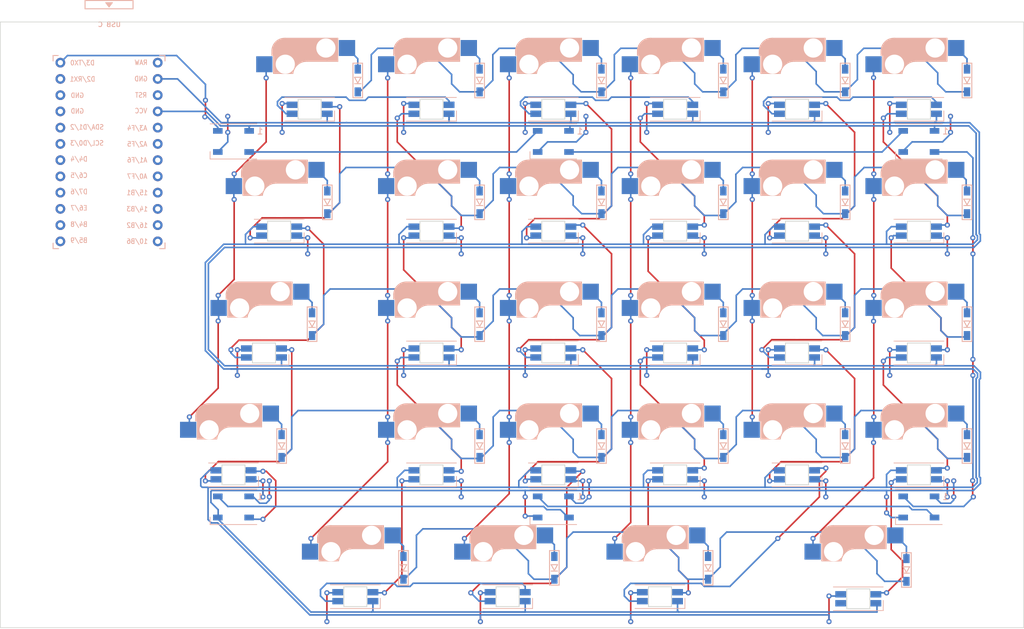
<source format=kicad_pcb>
(kicad_pcb (version 20211014) (generator pcbnew)
  (title_block (title "colibri keyboard") (date "2023-01-27") (rev "0.1"))
  (layers (0 "F.Cu" signal) (31 "B.Cu" signal) (34 "B.Paste" user) (35 "F.Paste" user) (36 "B.SilkS" user "B.Silkscreen") (37 "F.SilkS" user "F.Silkscreen") (38 "B.Mask" user) (39 "F.Mask" user) (44 "Edge.Cuts" user))
  (net 0 "")
  (net 1 "lrow0")
  (net 2 "Net-(ld-2-Pad2)")
  (net 3 "Net-(ld-3-Pad2)")
  (net 4 "Net-(ld-4-Pad2)")
  (net 5 "Net-(ld-5-Pad2)")
  (net 6 "Net-(ld-6-Pad2)")
  (net 7 "lrow1")
  (net 8 "Net-(ld-7-Pad2)")
  (net 9 "Net-(ld-8-Pad2)")
  (net 10 "Net-(ld-9-Pad2)")
  (net 11 "Net-(ld-10-Pad2)")
  (net 12 "Net-(ld-11-Pad2)")
  (net 13 "Net-(ld-12-Pad2)")
  (net 14 "lrow2")
  (net 15 "Net-(ld-13-Pad2)")
  (net 16 "Net-(ld-14-Pad2)")
  (net 17 "Net-(ld-15-Pad2)")
  (net 18 "Net-(ld-16-Pad2)")
  (net 19 "Net-(ld-17-Pad2)")
  (net 20 "Net-(ld-18-Pad2)")
  (net 21 "lrow3")
  (net 22 "Net-(ld-19-Pad2)")
  (net 23 "Net-(ld-20-Pad2)")
  (net 24 "Net-(ld-21-Pad2)")
  (net 25 "Net-(ld-22-Pad2)")
  (net 26 "Net-(ld-23-Pad2)")
  (net 27 "Net-(ld-24-Pad2)")
  (net 28 "lrow4")
  (net 29 "Net-(ld-25-Pad2)")
  (net 30 "Net-(ld-26-Pad2)")
  (net 31 "Net-(ld-27-Pad2)")
  (net 32 "lcol0")
  (net 33 "lcol1")
  (net 34 "lcol2")
  (net 35 "lcol3")
  (net 36 "lcol4")
  (net 37 "lcol5")
  (net 38 "Net-(ld-1-Pad2)")
  (net 39 "Net-(lled-1-Pad2)")
  (net 40 "lVCC")
  (net 41 "lGND")
  (net 47 "Net-(lled-3-Pad2)")
  (net 49 "Net-(lled-10-Pad4)")
  (net 50 "Net-(lled-11-Pad2)")
  (net 51 "Net-(lled-12-Pad4)")
  (net 52 "Net-(lled-1-Pad4)")
  (net 53 "Net-(lled-2-Pad2)")
  (net 54 "Net-(lled-3-Pad4)")
  (net 55 "Net-(lled-13-Pad2)")
  (net 56 "Net-(lled-14-Pad4)")
  (net 57 "Net-(lled-15-Pad2)")
  (net 58 "Net-(lled-10-Pad2)")
  (net 59 "Net-(lled-11-Pad4)")
  (net 60 "lled")
  (net 61 "Net-(lled-12-Pad2)")
  (net 62 "ldata")
  (net 63 "lreset")
  (net 64 "Net-(lled-13-Pad4)")
  (net 65 "Net-(lled-14-Pad2)")
  (net 66 "Net-(lled-15-Pad4)")
  (net 67 "Net-(lled-16-Pad2)")
  (net 68 "Net-(lled-5-Pad2)")
  (net 69 "Net-(lled-17-Pad4)")
  (net 70 "Net-(lled-18-Pad2)")
  (net 71 "Net-(lled-19-Pad4)")
  (net 72 "Net-(lu-1-Pad2)")
  (net 73 "Net-(lled-20-Pad2)")
  (net 74 "Net-(lled-22-Pad2)")
  (net 75 "Net-(lu-2-Pad2)")
  (net 76 "Net-(lled-24-Pad2)")
  (net 77 "Net-(lu-4-Pad4)")
  (net 78 "Net-(lu-3-Pad2)")
  (net 79 "Net-(lu-5-Pad4)")
  (net 80 "Net-(ld-28-Pad2)")
  (net 81 "Net-(lled-21-Pad4)")
  (net 83 "Net-(lled-27-Pad2)")
  (net 84 "Net-(lled-26-Pad4)")
  (footprint "kbd:CherryMX_Hotswap" (layer "F.Cu") (at 145 68.45)
    (fp_text reference "lsw-11" hide)
    (fp_text value "SW_PUSH" hide)
  )
  (footprint "kbd:CherryMX_Hotswap" (layer "F.Cu") (at 145 87.5)
    (fp_text reference "lsw-17" hide)
    (fp_text value "SW_PUSH" hide)
  )
  (footprint "kbd:CherryMX_Hotswap" (layer "F.Cu") (at 68.8 49.4)
    (fp_text reference "lsw-1" hide)
    (fp_text value "SW_PUSH" hide)
  )
  (footprint "kbd:CherryMX_Hotswap_1.25u" (layer "F.Cu") (at 123.569 125.6)
    (fp_text reference "lsw-27" hide)
    (fp_text value "SW_PUSH" hide)
  )
  (footprint "kbd:CherryMX_Hotswap" (layer "F.Cu") (at 125.95 87.5)
    (fp_text reference "lsw-16" hide)
    (fp_text value "SW_PUSH" hide)
  )
  (footprint "kbd:CherryMX_Hotswap_1.25u" (layer "F.Cu") (at 99.757 125.6)
    (fp_text reference "lsw-26" hide)
    (fp_text value "SW_PUSH" hide)
  )
  (footprint "kbd:CherryMX_Hotswap" (layer "F.Cu") (at 87.85 106.55)
    (fp_text reference "lsw-20" hide)
    (fp_text value "SW_PUSH" hide)
  )
  (footprint "kbd:CherryMX_Hotswap_2u" (layer "F.Cu") (at 154.525 125.6)
    (fp_text reference "lsw-28" hide)
    (fp_text value "SW_PUSH" hide)
  )
  (footprint "kbd:CherryMX_Hotswap" (layer "F.Cu") (at 164.05 87.5)
    (fp_text reference "lsw-18" hide)
    (fp_text value "SW_PUSH" hide)
  )
  (footprint "kbd:CherryMX_Hotswap" (layer "F.Cu") (at 125.95 49.4)
    (fp_text reference "lsw-4" hide)
    (fp_text value "SW_PUSH" hide)
  )
  (footprint "kbd:CherryMX_Hotswap" (layer "F.Cu") (at 125.95 106.55)
    (fp_text reference "lsw-22" hide)
    (fp_text value "SW_PUSH" hide)
  )
  (footprint "kbd:CherryMX_Hotswap" (layer "F.Cu") (at 106.9 49.4)
    (fp_text reference "lsw-3" hide)
    (fp_text value "SW_PUSH" hide)
  )
  (footprint "kbd:CherryMX_Hotswap" (layer "F.Cu") (at 145 49.4)
    (fp_text reference "lsw-5" hide)
    (fp_text value "SW_PUSH" hide)
  )
  (footprint "kbd:CherryMX_Hotswap_1.5u" (layer "F.Cu") (at 64.038 68.45)
    (fp_text reference "lsw-7" hide)
    (fp_text value "SW_PUSH" hide)
  )
  (footprint "kbd:CherryMX_Hotswap" (layer "F.Cu") (at 164.05 49.4)
    (fp_text reference "lsw-6" hide)
    (fp_text value "SW_PUSH" hide)
  )
  (footprint "kbd:CherryMX_Hotswap" (layer "F.Cu") (at 164.05 68.45)
    (fp_text reference "lsw-12" hide)
    (fp_text value "SW_PUSH" hide)
  )
  (footprint "kbd:CherryMX_Hotswap" (layer "F.Cu") (at 164.05 106.55)
    (fp_text reference "lsw-24" hide)
    (fp_text value "SW_PUSH" hide)
  )
  (footprint "kbd:CherryMX_Hotswap" (layer "F.Cu") (at 87.85 49.4)
    (fp_text reference "lsw-2" hide)
    (fp_text value "SW_PUSH" hide)
  )
  (footprint "kbd:CherryMX_Hotswap" (layer "F.Cu") (at 106.9 68.45)
    (fp_text reference "lsw-9" hide)
    (fp_text value "SW_PUSH" hide)
  )
  (footprint "kbd:CherryMX_Hotswap" (layer "F.Cu") (at 106.9 87.5)
    (fp_text reference "lsw-15" hide)
    (fp_text value "SW_PUSH" hide)
  )
  (footprint "kbd:CherryMX_Hotswap" (layer "F.Cu") (at 87.85 87.5)
    (fp_text reference "lsw-14" hide)
    (fp_text value "SW_PUSH" hide)
  )
  (footprint "kbd:CherryMX_Hotswap" (layer "F.Cu") (at 106.9 106.55)
    (fp_text reference "lsw-21" hide)
    (fp_text value "SW_PUSH" hide)
  )
  (footprint "kbd:CherryMX_Hotswap" (layer "F.Cu") (at 125.95 68.45)
    (fp_text reference "lsw-10" hide)
    (fp_text value "SW_PUSH" hide)
  )
  (footprint "kbd:CherryMX_Hotswap_2.25u" (layer "F.Cu") (at 56.894 106.55)
    (fp_text reference "lsw-19" hide)
    (fp_text value "SW_PUSH" hide)
  )
  (footprint "kbd:CherryMX_Hotswap" (layer "F.Cu") (at 87.85 68.45)
    (fp_text reference "lsw-8" hide)
    (fp_text value "SW_PUSH" hide)
  )
  (footprint "kbd:CherryMX_Hotswap_1.25u" (layer "F.Cu") (at 75.945 125.6)
    (fp_text reference "lsw-25" hide)
    (fp_text value "SW_PUSH" hide)
  )
  (footprint "kbd:CherryMX_Hotswap" (layer "F.Cu") (at 145 106.55)
    (fp_text reference "lsw-23" hide)
    (fp_text value "SW_PUSH" hide)
  )
  (footprint "kbd:CherryMX_Hotswap_1.75u" (layer "F.Cu") (at 61.657 87.5)
    (fp_text reference "lsw-13" hide)
    (fp_text value "SW_PUSH" hide)
  )
  (footprint "kbd:YS-SK6812MINI-E" (layer "B.Cu") (at 68.8 53.9 180)
    (fp_text reference "lled-1")
    (fp_text value "YS-SK6812MINI-E")
    (fp_line (start 1.8 1.55) (end -1.8 1.55) (layer "Edge.Cuts") (width 0.12))
    (fp_line (start -1.8 -1.55) (end 1.8 -1.55) (layer "Edge.Cuts") (width 0.12))
    (fp_line (start -1.8 1.55) (end -1.8 -1.55) (layer "Edge.Cuts") (width 0.12))
    (fp_line (start 1.8 -1.55) (end 1.8 1.55) (layer "Edge.Cuts") (width 0.12))
  )
  (footprint "kbd:D3_SMD_v2" (layer "B.Cu") (at 171.575 106.55 90)
    (fp_text reference "ld-24" hide)
    (fp_text value "1N4148W" hide)
  )
  (footprint "kbd:YS-SK6812MINI-E" (layer "B.Cu") (at 61.657 92 180)
    (fp_text reference "lled-13")
    (fp_text value "YS-SK6812MINI-E")
    (fp_line (start -1.8 1.55) (end -1.8 -1.55) (layer "Edge.Cuts") (width 0.12))
    (fp_line (start -1.8 -1.55) (end 1.8 -1.55) (layer "Edge.Cuts") (width 0.12))
    (fp_line (start 1.8 1.55) (end -1.8 1.55) (layer "Edge.Cuts") (width 0.12))
    (fp_line (start 1.8 -1.55) (end 1.8 1.55) (layer "Edge.Cuts") (width 0.12))
  )
  (footprint "kbd:D3_SMD_v2" (layer "B.Cu") (at 69.1815 87.5 90)
    (fp_text reference "ld-13" hide)
    (fp_text value "1N4148W" hide)
  )
  (footprint "kbd:YS-SK6812MINI-E" (layer "B.Cu") (at 125.95 92 180)
    (fp_text reference "lled-16")
    (fp_text value "YS-SK6812MINI-E")
    (fp_line (start -1.8 1.55) (end -1.8 -1.55) (layer "Edge.Cuts") (width 0.12))
    (fp_line (start 1.8 1.55) (end -1.8 1.55) (layer "Edge.Cuts") (width 0.12))
    (fp_line (start 1.8 -1.55) (end 1.8 1.55) (layer "Edge.Cuts") (width 0.12))
    (fp_line (start -1.8 -1.55) (end 1.8 -1.55) (layer "Edge.Cuts") (width 0.12))
  )
  (footprint "kbd:D3_SMD_v2" (layer "B.Cu") (at 133.475 49.4 90)
    (fp_text reference "ld-4" hide)
    (fp_text value "1N4148W" hide)
  )
  (footprint "kbd:YS-SK6812MINI-E" (layer "B.Cu") (at 106.9 53.9 180)
    (fp_text reference "lled-3")
    (fp_text value "YS-SK6812MINI-E")
    (fp_line (start -1.8 -1.55) (end 1.8 -1.55) (layer "Edge.Cuts") (width 0.12))
    (fp_line (start 1.8 1.55) (end -1.8 1.55) (layer "Edge.Cuts") (width 0.12))
    (fp_line (start 1.8 -1.55) (end 1.8 1.55) (layer "Edge.Cuts") (width 0.12))
    (fp_line (start -1.8 1.55) (end -1.8 -1.55) (layer "Edge.Cuts") (width 0.12))
  )
  (footprint "LED_SMD:LED_WS2812B_PLCC4_5.0x5.0mm_P3.2mm" (layer "B.Cu") (at 106.9 116.075 180)
    (fp_text reference "lu-5")
    (fp_text value "WS2812B")
  )
  (footprint "LED_SMD:LED_WS2812B_PLCC4_5.0x5.0mm_P3.2mm" (layer "B.Cu") (at 164.05 116.075 180)
    (fp_text reference "lu-6")
    (fp_text value "WS2812B")
  )
  (footprint "kbd:ProMicro_v4" (layer "B.Cu") (at 37.440307 61.090212 180)
    (fp_text reference "pro-micro1" hide)
    (fp_text value "ProMicro" hide)
  )
  (footprint "kbd:D3_SMD_v2" (layer "B.Cu") (at 95.375 106.55 90)
    (fp_text reference "ld-20" hide)
    (fp_text value "1N4148W" hide)
  )
  (footprint "kbd:YS-SK6812MINI-E" (layer "B.Cu") (at 99.757 130.1 180)
    (fp_text reference "lled-26")
    (fp_text value "YS-SK6812MINI-E")
    (fp_line (start -1.8 -1.55) (end 1.8 -1.55) (layer "Edge.Cuts") (width 0.12))
    (fp_line (start 1.8 1.55) (end -1.8 1.55) (layer "Edge.Cuts") (width 0.12))
    (fp_line (start -1.8 1.55) (end -1.8 -1.55) (layer "Edge.Cuts") (width 0.12))
    (fp_line (start 1.8 -1.55) (end 1.8 1.55) (layer "Edge.Cuts") (width 0.12))
  )
  (footprint "kbd:YS-SK6812MINI-E" (layer "B.Cu") (at 164.05 72.95 180)
    (fp_text reference "lled-12")
    (fp_text value "YS-SK6812MINI-E")
    (fp_line (start 1.8 1.55) (end -1.8 1.55) (layer "Edge.Cuts") (width 0.12))
    (fp_line (start 1.8 -1.55) (end 1.8 1.55) (layer "Edge.Cuts") (width 0.12))
    (fp_line (start -1.8 1.55) (end -1.8 -1.55) (layer "Edge.Cuts") (width 0.12))
    (fp_line (start -1.8 -1.55) (end 1.8 -1.55) (layer "Edge.Cuts") (width 0.12))
  )
  (footprint "kbd:D3_SMD_v2" (layer "B.Cu") (at 152.525 68.45 90)
    (fp_text reference "ld-11" hide)
    (fp_text value "1N4148W" hide)
  )
  (footprint "LED_SMD:LED_WS2812B_PLCC4_5.0x5.0mm_P3.2mm" (layer "B.Cu") (at 56.894 58.925 180)
    (fp_text reference "lu-1")
    (fp_text value "WS2812B")
  )
  (footprint "kbd:YS-SK6812MINI-E" (layer "B.Cu") (at 123.569 130.1 180)
    (fp_text reference "lled-27")
    (fp_text value "YS-SK6812MINI-E")
    (fp_line (start 1.8 1.55) (end -1.8 1.55) (layer "Edge.Cuts") (width 0.12))
    (fp_line (start 1.8 -1.55) (end 1.8 1.55) (layer "Edge.Cuts") (width 0.12))
    (fp_line (start -1.8 1.55) (end -1.8 -1.55) (layer "Edge.Cuts") (width 0.12))
    (fp_line (start -1.8 -1.55) (end 1.8 -1.55) (layer "Edge.Cuts") (width 0.12))
  )
  (footprint "kbd:YS-SK6812MINI-E" (layer "B.Cu") (at 56.894 111.05 180)
    (fp_text reference "lled-19")
    (fp_text value "YS-SK6812MINI-E")
    (fp_line (start 1.8 -1.55) (end 1.8 1.55) (layer "Edge.Cuts") (width 0.12))
    (fp_line (start 1.8 1.55) (end -1.8 1.55) (layer "Edge.Cuts") (width 0.12))
    (fp_line (start -1.8 1.55) (end -1.8 -1.55) (layer "Edge.Cuts") (width 0.12))
    (fp_line (start -1.8 -1.55) (end 1.8 -1.55) (layer "Edge.Cuts") (width 0.12))
  )
  (footprint "kbd:D3_SMD_v2" (layer "B.Cu") (at 107.059307 125.6 90)
    (fp_text reference "ld-26" hide)
    (fp_text value "1N4148W" hide)
  )
  (footprint "kbd:YS-SK6812MINI-E" (layer "B.Cu") (at 145 111.05 180)
    (fp_text reference "lled-23")
    (fp_text value "YS-SK6812MINI-E")
    (fp_line (start -1.8 1.55) (end -1.8 -1.55) (layer "Edge.Cuts") (width 0.12))
    (fp_line (start 1.8 -1.55) (end 1.8 1.55) (layer "Edge.Cuts") (width 0.12))
    (fp_line (start -1.8 -1.55) (end 1.8 -1.55) (layer "Edge.Cuts") (width 0.12))
    (fp_line (start 1.8 1.55) (end -1.8 1.55) (layer "Edge.Cuts") (width 0.12))
  )
  (footprint "kbd:YS-SK6812MINI-E" (layer "B.Cu") (at 87.85 72.95 180)
    (fp_text reference "lled-8")
    (fp_text value "YS-SK6812MINI-E")
    (fp_line (start 1.8 1.55) (end -1.8 1.55) (layer "Edge.Cuts") (width 0.12))
    (fp_line (start 1.8 -1.55) (end 1.8 1.55) (layer "Edge.Cuts") (width 0.12))
    (fp_line (start -1.8 1.55) (end -1.8 -1.55) (layer "Edge.Cuts") (width 0.12))
    (fp_line (start -1.8 -1.55) (end 1.8 -1.55) (layer "Edge.Cuts") (width 0.12))
  )
  (footprint "kbd:D3_SMD_v2" (layer "B.Cu") (at 95.375 68.45 90)
    (fp_text reference "ld-8" hide)
    (fp_text value "1N4148W" hide)
  )
  (footprint "kbd:D3_SMD_v2" (layer "B.Cu") (at 95.375 87.5 90)
    (fp_text reference "ld-14" hide)
    (fp_text value "1N4148W" hide)
  )
  (footprint "kbd:D3_SMD_v2" (layer "B.Cu") (at 152.525 49.4 90)
    (fp_text reference "ld-5" hide)
    (fp_text value "1N4148W" hide)
  )
  (footprint "kbd:YS-SK6812MINI-E" (layer "B.Cu") (at 145 72.95 180)
    (fp_text reference "lled-11")
    (fp_text value "YS-SK6812MINI-E")
    (fp_line (start 1.8 -1.55) (end 1.8 1.55) (layer "Edge.Cuts") (width 0.12))
    (fp_line (start -1.8 -1.55) (end 1.8 -1.55) (layer "Edge.Cuts") (width 0.12))
    (fp_line (start 1.8 1.55) (end -1.8 1.55) (layer "Edge.Cuts") (width 0.12))
    (fp_line (start -1.8 1.55) (end -1.8 -1.55) (layer "Edge.Cuts") (width 0.12))
  )
  (footprint "kbd:YS-SK6812MINI-E" (layer "B.Cu") (at 106.9 92 180)
    (fp_text reference "lled-15")
    (fp_text value "YS-SK6812MINI-E")
    (fp_line (start 1.8 -1.55) (end 1.8 1.55) (layer "Edge.Cuts") (width 0.12))
    (fp_line (start -1.8 -1.55) (end 1.8 -1.55) (layer "Edge.Cuts") (width 0.12))
    (fp_line (start -1.8 1.55) (end -1.8 -1.55) (layer "Edge.Cuts") (width 0.12))
    (fp_line (start 1.8 1.55) (end -1.8 1.55) (layer "Edge.Cuts") (width 0.12))
  )
  (footprint "kbd:YS-SK6812MINI-E" (layer "B.Cu") (at 75.945 130.1 180)
    (fp_text reference "lled-25")
    (fp_text value "YS-SK6812MINI-E")
    (fp_line (start -1.8 -1.55) (end 1.8 -1.55) (layer "Edge.Cuts") (width 0.12))
    (fp_line (start -1.8 1.55) (end -1.8 -1.55) (layer "Edge.Cuts") (width 0.12))
    (fp_line (start 1.8 -1.55) (end 1.8 1.55) (layer "Edge.Cuts") (width 0.12))
    (fp_line (start 1.8 1.55) (end -1.8 1.55) (layer "Edge.Cuts") (width 0.12))
  )
  (footprint "LED_SMD:LED_WS2812B_PLCC4_5.0x5.0mm_P3.2mm" (layer "B.Cu") (at 164.05 58.925 180)
    (fp_text reference "lu-3")
    (fp_text value "WS2812B")
  )
  (footprint "kbd:YS-SK6812MINI-E" (layer "B.Cu") (at 64.038 72.95 180)
    (fp_text reference "lled-7")
    (fp_text value "YS-SK6812MINI-E")
    (fp_line (start -1.8 1.55) (end -1.8 -1.55) (layer "Edge.Cuts") (width 0.12))
    (fp_line (start 1.8 1.55) (end -1.8 1.55) (layer "Edge.Cuts") (width 0.12))
    (fp_line (start 1.8 -1.55) (end 1.8 1.55) (layer "Edge.Cuts") (width 0.12))
    (fp_line (start -1.8 -1.55) (end 1.8 -1.55) (layer "Edge.Cuts") (width 0.12))
  )
  (footprint "kbd:YS-SK6812MINI-E" (layer "B.Cu") (at 125.95 53.9 180)
    (fp_text reference "lled-4")
    (fp_text value "YS-SK6812MINI-E")
    (fp_line (start 1.8 1.55) (end -1.8 1.55) (layer "Edge.Cuts") (width 0.12))
    (fp_line (start 1.8 -1.55) (end 1.8 1.55) (layer "Edge.Cuts") (width 0.12))
    (fp_line (start -1.8 1.55) (end -1.8 -1.55) (layer "Edge.Cuts") (width 0.12))
    (fp_line (start -1.8 -1.55) (end 1.8 -1.55) (layer "Edge.Cuts") (width 0.12))
  )
  (footprint "kbd:D3_SMD_v2" (layer "B.Cu") (at 114.425 68.45 90)
    (fp_text reference "ld-9" hide)
    (fp_text value "1N4148W" hide)
  )
  (footprint "kbd:D3_SMD_v2" (layer "B.Cu") (at 95.375 49.4 90)
    (fp_text reference "ld-2" hide)
    (fp_text value "1N4148W" hide)
  )
  (footprint "kbd:D3_SMD_v2" (layer "B.Cu") (at 152.525 106.55 90)
    (fp_text reference "ld-23" hide)
    (fp_text value "1N4148W" hide)
  )
  (footprint "kbd:D3_SMD_v2" (layer "B.Cu") (at 64.419 106.55 90)
    (fp_text reference "ld-19" hide)
    (fp_text value "1N4148W" hide)
  )
  (footprint "kbd:D3_SMD_v2" (layer "B.Cu") (at 162.103238 125.929811 90)
    (fp_text reference "ld-28" hide)
    (fp_text value "1N4148W" hide)
  )
  (footprint "kbd:D3_SMD_v2" (layer "B.Cu") (at 133.475 106.55 90)
    (fp_text reference "ld-22" hide)
    (fp_text value "1N4148W" hide)
  )
  (footprint "kbd:YS-SK6812MINI-E" (layer "B.Cu") (at 87.85 92 180)
    (fp_text reference "lled-14")
    (fp_text value "YS-SK6812MINI-E")
    (fp_line (start -1.8 -1.55) (end 1.8 -1.55) (layer "Edge.Cuts") (width 0.12))
    (fp_line (start 1.8 1.55) (end -1.8 1.55) (layer "Edge.Cuts") (width 0.12))
    (fp_line (start 1.8 -1.55) (end 1.8 1.55) (layer "Edge.Cuts") (width 0.12))
    (fp_line (start -1.8 1.55) (end -1.8 -1.55) (layer "Edge.Cuts") (width 0.12))
  )
  (footprint "kbd:YS-SK6812MINI-E" (layer "B.Cu") (at 145 92 180)
    (fp_text reference "lled-17")
    (fp_text value "YS-SK6812MINI-E")
    (fp_line (start -1.8 -1.55) (end 1.8 -1.55) (layer "Edge.Cuts") (width 0.12))
    (fp_line (start 1.8 1.55) (end -1.8 1.55) (layer "Edge.Cuts") (width 0.12))
    (fp_line (start 1.8 -1.55) (end 1.8 1.55) (layer "Edge.Cuts") (width 0.12))
    (fp_line (start -1.8 1.55) (end -1.8 -1.55) (layer "Edge.Cuts") (width 0.12))
  )
  (footprint "kbd:D3_SMD_v2" (layer "B.Cu") (at 133.475 68.45 90)
    (fp_text reference "ld-10" hide)
    (fp_text value "1N4148W" hide)
  )
  (footprint "LED_SMD:LED_WS2812B_PLCC4_5.0x5.0mm_P3.2mm" (layer "B.Cu") (at 56.894 116.075 180)
    (fp_text reference "lu-4")
    (fp_text value "WS2812B")
  )
  (footprint "kbd:YS-SK6812MINI-E" (layer "B.Cu") (at 106.9 72.95 180)
    (fp_text reference "lled-9")
    (fp_text value "YS-SK6812MINI-E")
    (fp_line (start -1.8 -1.55) (end 1.8 -1.55) (layer "Edge.Cuts") (width 0.12))
    (fp_line (start 1.8 -1.55) (end 1.8 1.55) (layer "Edge.Cuts") (width 0.12))
    (fp_line (start -1.8 1.55) (end -1.8 -1.55) (layer "Edge.Cuts") (width 0.12))
    (fp_line (start 1.8 1.55) (end -1.8 1.55) (layer "Edge.Cuts") (width 0.12))
  )
  (footprint "kbd:D3_SMD_v2" (layer "B.Cu") (at 131.094 125.6 90)
    (fp_text reference "ld-27" hide)
    (fp_text value "1N4148W" hide)
  )
  (footprint "kbd:YS-SK6812MINI-E" (layer "B.Cu") (at 164.05 53.9 180)
    (fp_text reference "lled-6")
    (fp_text value "YS-SK6812MINI-E")
    (fp_line (start 1.8 1.55) (end -1.8 1.55) (layer "Edge.Cuts") (width 0.12))
    (fp_line (start -1.8 -1.55) (end 1.8 -1.55) (layer "Edge.Cuts") (width 0.12))
    (fp_line (start -1.8 1.55) (end -1.8 -1.55) (layer "Edge.Cuts") (width 0.12))
    (fp_line (start 1.8 -1.55) (end 1.8 1.55) (layer "Edge.Cuts") (width 0.12))
  )
  (footprint "kbd:YS-SK6812MINI-E" (layer "B.Cu") (at 125.95 111.05 180)
    (fp_text reference "lled-22")
    (fp_text value "YS-SK6812MINI-E")
    (fp_line (start 1.8 -1.55) (end 1.8 1.55) (layer "Edge.Cuts") (width 0.12))
    (fp_line (start 1.8 1.55) (end -1.8 1.55) (layer "Edge.Cuts") (width 0.12))
    (fp_line (start -1.8 -1.55) (end 1.8 -1.55) (layer "Edge.Cuts") (width 0.12))
    (fp_line (start -1.8 1.55) (end -1.8 -1.55) (layer "Edge.Cuts") (width 0.12))
  )
  (footprint "kbd:D3_SMD_v2" (layer "B.Cu") (at 152.525 87.5 90)
    (fp_text reference "ld-17" hide)
    (fp_text value "1N4148W" hide)
  )
  (footprint "kbd:YS-SK6812MINI-E" (layer "B.Cu") (at 164.05 111.05 180)
    (fp_text reference "lled-24")
    (fp_text value "YS-SK6812MINI-E")
    (fp_line (start -1.8 1.55) (end -1.8 -1.55) (layer "Edge.Cuts") (width 0.12))
    (fp_line (start 1.8 1.55) (end -1.8 1.55) (layer "Edge.Cuts") (width 0.12))
    (fp_line (start 1.8 -1.55) (end 1.8 1.55) (layer "Edge.Cuts") (width 0.12))
    (fp_line (start -1.8 -1.55) (end 1.8 -1.55) (layer "Edge.Cuts") (width 0.12))
  )
  (footprint "kbd:YS-SK6812MINI-E" (layer "B.Cu") (at 164.05 92 180)
    (fp_text reference "lled-18")
    (fp_text value "YS-SK6812MINI-E")
    (fp_line (start 1.8 -1.55) (end 1.8 1.55) (layer "Edge.Cuts") (width 0.12))
    (fp_line (start -1.8 1.55) (end -1.8 -1.55) (layer "Edge.Cuts") (width 0.12))
    (fp_line (start -1.8 -1.55) (end 1.8 -1.55) (layer "Edge.Cuts") (width 0.12))
    (fp_line (start 1.8 1.55) (end -1.8 1.55) (layer "Edge.Cuts") (width 0.12))
  )
  (footprint "kbd:D3_SMD_v2" (layer "B.Cu") (at 76.325 49.4 90)
    (fp_text reference "ld-1" hide)
    (fp_text value "1N4148W" hide)
  )
  (footprint "kbd:D3_SMD_v2" (layer "B.Cu") (at 171.575 87.5 90)
    (fp_text reference "ld-18" hide)
    (fp_text value "1N4148W" hide)
  )
  (footprint "kbd:D3_SMD_v2" (layer "B.Cu") (at 171.575 68.45 90)
    (fp_text reference "ld-12" hide)
    (fp_text value "1N4148W" hide)
  )
  (footprint "kbd:D3_SMD_v2" (layer "B.Cu") (at 71.5625 68.45 90)
    (fp_text reference "ld-7" hide)
    (fp_text value "1N4148W" hide)
  )
  (footprint "kbd:YS-SK6812MINI-E" (layer "B.Cu") (at 106.9 111.05 180)
    (fp_text reference "lled-21")
    (fp_text value "YS-SK6812MINI-E")
    (fp_line (start -1.8 -1.55) (end 1.8 -1.55) (layer "Edge.Cuts") (width 0.12))
    (fp_line (start 1.8 -1.55) (end 1.8 1.55) (layer "Edge.Cuts") (width 0.12))
    (fp_line (start -1.8 1.55) (end -1.8 -1.55) (layer "Edge.Cuts") (width 0.12))
    (fp_line (start 1.8 1.55) (end -1.8 1.55) (layer "Edge.Cuts") (width 0.12))
  )
  (footprint "kbd:YS-SK6812MINI-E" (layer "B.Cu") (at 87.85 111.05 180)
    (fp_text reference "lled-20")
    (fp_text value "YS-SK6812MINI-E")
    (fp_line (start 1.8 1.55) (end -1.8 1.55) (layer "Edge.Cuts") (width 0.12))
    (fp_line (start 1.8 -1.55) (end 1.8 1.55) (layer "Edge.Cuts") (width 0.12))
    (fp_line (start -1.8 1.55) (end -1.8 -1.55) (layer "Edge.Cuts") (width 0.12))
    (fp_line (start -1.8 -1.55) (end 1.8 -1.55) (layer "Edge.Cuts") (width 0.12))
  )
  (footprint "LED_SMD:LED_WS2812B_PLCC4_5.0x5.0mm_P3.2mm" (layer "B.Cu") (at 106.9 58.925 180)
    (fp_text reference "lu-2")
    (fp_text value "WS2812B")
  )
  (footprint "kbd:D3_SMD_v2" (layer "B.Cu") (at 114.425 106.55 90)
    (fp_text reference "ld-21" hide)
    (fp_text value "1N4148W" hide)
  )
  (footprint "kbd:YS-SK6812MINI-E" (layer "B.Cu") (at 125.95 72.95 180)
    (fp_text reference "lled-10")
    (fp_text value "YS-SK6812MINI-E")
    (fp_line (start 1.8 1.55) (end -1.8 1.55) (layer "Edge.Cuts") (width 0.12))
    (fp_line (start -1.8 -1.55) (end 1.8 -1.55) (layer "Edge.Cuts") (width 0.12))
    (fp_line (start 1.8 -1.55) (end 1.8 1.55) (layer "Edge.Cuts") (width 0.12))
    (fp_line (start -1.8 1.55) (end -1.8 -1.55) (layer "Edge.Cuts") (width 0.12))
  )
  (footprint "kbd:YS-SK6812MINI-E" (layer "B.Cu") (at 87.85 53.9 180)
    (fp_text reference "lled-2")
    (fp_text value "YS-SK6812MINI-E")
    (fp_line (start 1.8 1.55) (end -1.8 1.55) (layer "Edge.Cuts") (width 0.12))
    (fp_line (start -1.8 -1.55) (end 1.8 -1.55) (layer "Edge.Cuts") (width 0.12))
    (fp_line (start -1.8 1.55) (end -1.8 -1.55) (layer "Edge.Cuts") (width 0.12))
    (fp_line (start 1.8 -1.55) (end 1.8 1.55) (layer "Edge.Cuts") (width 0.12))
  )
  (footprint "kbd:D3_SMD_v2" (layer "B.Cu") (at 114.425 49.4 90)
    (fp_text reference "ld-3" hide)
    (fp_text value "1N4148W" hide)
  )
  (footprint "kbd:D3_SMD_v2" (layer "B.Cu") (at 83.47 125.6 90)
    (fp_text reference "ld-25" hide)
    (fp_text value "1N4148W" hide)
  )
  (footprint "kbd:YS-SK6812MINI-E" (layer "B.Cu") (at 154.578238 130.429811 180)
    (fp_text reference "lled-28")
    (fp_text value "YS-SK6812MINI-E")
    (fp_line (start -1.8 1.55) (end -1.8 -1.55) (layer "Edge.Cuts") (width 0.12))
    (fp_line (start 1.8 1.55) (end -1.8 1.55) (layer "Edge.Cuts") (width 0.12))
    (fp_line (start -1.8 -1.55) (end 1.8 -1.55) (layer "Edge.Cuts") (width 0.12))
    (fp_line (start 1.8 -1.55) (end 1.8 1.55) (layer "Edge.Cuts") (width 0.12))
  )
  (footprint "kbd:D3_SMD_v2" (layer "B.Cu") (at 133.475 87.5 90)
    (fp_text reference "ld-16" hide)
    (fp_text value "1N4148W" hide)
  )
  (footprint "kbd:YS-SK6812MINI-E" (layer "B.Cu") (at 145 53.9 180)
    (fp_text reference "lled-5")
    (fp_text value "YS-SK6812MINI-E")
    (fp_line (start 1.8 1.55) (end -1.8 1.55) (layer "Edge.Cuts") (width 0.12))
    (fp_line (start 1.8 -1.55) (end 1.8 1.55) (layer "Edge.Cuts") (width 0.12))
    (fp_line (start -1.8 -1.55) (end 1.8 -1.55) (layer "Edge.Cuts") (width 0.12))
    (fp_line (start -1.8 1.55) (end -1.8 -1.55) (layer "Edge.Cuts") (width 0.12))
  )
  (footprint "kbd:D3_SMD_v2" (layer "B.Cu") (at 171.575 49.4 90)
    (fp_text reference "ld-6" hide)
    (fp_text value "1N4148W" hide)
  )
  (footprint "kbd:D3_SMD_v2" (layer "B.Cu") (at 114.425 87.5 90)
    (fp_text reference "ld-15" hide)
    (fp_text value "1N4148W" hide)
  )
  (gr_rect (start 20.440307 40.249403) (end 180.440307 134.945879) (layer "Edge.Cuts") (width 0.1) (fill none))
  (segment (start 91 49.924905) (end 91 48.462452) (width 0.25) (layer "B.Cu") (net 1))
  (segment (start 148 48) (end 144.365212 44.365212) (width 0.25) (layer "B.Cu") (net 1))
  (segment (start 135.440307 49.365212) (end 133.630519 51.175) (width 0.25) (layer "B.Cu") (net 1))
  (segment (start 95.375 51.175) (end 92.250095 51.175) (width 0.25) (layer "B.Cu") (net 1))
  (segment (start 148 49.924905) (end 148 48) (width 0.25) (layer "B.Cu") (net 1))
  (segment (start 92.250095 51.175) (end 91 49.924905) (width 0.25) (layer "B.Cu") (net 1))
  (segment (start 171.575 51.175) (end 168.250095 51.175) (width 0.25) (layer "B.Cu") (net 1))
  (segment (start 117.440307 44.365212) (end 116.440307 45.365212) (width 0.25) (layer "B.Cu") (net 1))
  (segment (start 133.475 51.175) (end 130.250095 51.175) (width 0.25) (layer "B.Cu") (net 1))
  (segment (start 125.115212 44.365212) (end 117.440307 44.365212) (width 0.25) (layer "B.Cu") (net 1))
  (segment (start 111.250095 51.175) (end 110 49.924905) (width 0.25) (layer "B.Cu") (net 1))
  (segment (start 110 49.924905) (end 110 48.5) (width 0.25) (layer "B.Cu") (net 1))
  (segment (start 163.15276 44.365212) (end 155.440307 44.365212) (width 0.25) (layer "B.Cu") (net 1))
  (segment (start 167 49.924905) (end 167 48.212452) (width 0.25) (layer "B.Cu") (net 1))
  (segment (start 114.425 51.175) (end 111.250095 51.175) (width 0.25) (layer "B.Cu") (net 1))
  (segment (start 86.90276 44.365212) (end 79.440307 44.365212) (width 0.25) (layer "B.Cu") (net 1))
  (segment (start 116.440307 49.365212) (end 114.630519 51.175) (width 0.25) (layer "B.Cu") (net 1))
  (segment (start 129 48.25) (end 125.115212 44.365212) (width 0.25) (layer "B.Cu") (net 1))
  (segment (start 105.865212 44.365212) (end 98.440307 44.365212) (width 0.25) (layer "B.Cu") (net 1))
  (segment (start 78.440307 49.365212) (end 76.630519 51.175) (width 0.25) (layer "B.Cu") (net 1))
  (segment (start 136.440307 44.365212) (end 135.440307 45.365212) (width 0.25) (layer "B.Cu") (net 1))
  (segment (start 129 49.924905) (end 129 48.25) (width 0.25) (layer "B.Cu") (net 1))
  (segment (start 78.440307 45.365212) (end 78.440307 49.365212) (width 0.25) (layer "B.Cu") (net 1))
  (segment (start 168.250095 51.175) (end 167 49.924905) (width 0.25) (layer "B.Cu") (net 1))
  (segment (start 110 48.5) (end 105.865212 44.365212) (width 0.25) (layer "B.Cu") (net 1))
  (segment (start 91 48.462452) (end 86.90276 44.365212) (width 0.25) (layer "B.Cu") (net 1))
  (segment (start 144.365212 44.365212) (end 136.440307 44.365212) (width 0.25) (layer "B.Cu") (net 1))
  (segment (start 116.440307 45.365212) (end 116.440307 49.365212) (width 0.25) (layer "B.Cu") (net 1))
  (segment (start 97.440307 49.365212) (end 95.630519 51.175) (width 0.25) (layer "B.Cu") (net 1))
  (segment (start 79.440307 44.365212) (end 78.440307 45.365212) (width 0.25) (layer "B.Cu") (net 1))
  (segment (start 154.440307 45.365212) (end 154.440307 49.259693) (width 0.25) (layer "B.Cu") (net 1))
  (segment (start 130.250095 51.175) (end 129 49.924905) (width 0.25) (layer "B.Cu") (net 1))
  (segment (start 135.440307 45.365212) (end 135.440307 49.365212) (width 0.25) (layer "B.Cu") (net 1))
  (segment (start 167 48.212452) (end 163.15276 44.365212) (width 0.25) (layer "B.Cu") (net 1))
  (segment (start 97.440307 45.365212) (end 97.440307 49.365212) (width 0.25) (layer "B.Cu") (net 1))
  (segment (start 149.250095 51.175) (end 148 49.924905) (width 0.25) (layer "B.Cu") (net 1))
  (segment (start 152.525 51.175) (end 149.250095 51.175) (width 0.25) (layer "B.Cu") (net 1))
  (segment (start 98.440307 44.365212) (end 97.440307 45.365212) (width 0.25) (layer "B.Cu") (net 1))
  (segment (start 155.440307 44.365212) (end 154.440307 45.365212) (width 0.25) (layer "B.Cu") (net 1))
  (segment (start 154.440307 49.259693) (end 152.525 51.175) (width 0.25) (layer "B.Cu") (net 1))
  (segment (start 93.692 44.32) (end 95.375 46.003) (width 0.25) (layer "B.Cu") (net 2))
  (segment (start 95.375 46.003) (end 95.375 47.625) (width 0.25) (layer "B.Cu") (net 2))
  (segment (start 112.742 44.32) (end 114.425 46.003) (width 0.25) (layer "B.Cu") (net 3))
  (segment (start 114.425 46.003) (end 114.425 47.625) (width 0.25) (layer "B.Cu") (net 3))
  (segment (start 133.475 46.003) (end 133.475 47.625) (width 0.25) (layer "B.Cu") (net 4))
  (segment (start 131.792 44.32) (end 133.475 46.003) (width 0.25) (layer "B.Cu") (net 4))
  (segment (start 150.842 44.32) (end 152.525 46.003) (width 0.25) (layer "B.Cu") (net 5))
  (segment (start 152.525 46.003) (end 152.525 47.625) (width 0.25) (layer "B.Cu") (net 5))
  (segment (start 171.575 46.003) (end 171.575 47.625) (width 0.25) (layer "B.Cu") (net 6))
  (segment (start 169.892 44.32) (end 171.575 46.003) (width 0.25) (layer "B.Cu") (net 6))
  (segment (start 117 63) (end 116 64) (width 0.25) (layer "B.Cu") (net 7))
  (segment (start 162.537548 63) (end 155.5 63) (width 0.25) (layer "B.Cu") (net 7))
  (segment (start 91 69) (end 91 67.5) (width 0.25) (layer "B.Cu") (net 7))
  (segment (start 111.335182 70.225) (end 110 68.889818) (width 0.25) (layer "B.Cu") (net 7))
  (segment (start 136.5 63) (end 135.440307 64.059693) (width 0.25) (layer "B.Cu") (net 7))
  (segment (start 133.2 70.5) (end 130.5 70.5) (width 0.25) (layer "B.Cu") (net 7))
  (segment (start 116 69) (end 114.775 70.225) (width 0.25) (layer "B.Cu") (net 7))
  (segment (start 148 67.337452) (end 143.662548 63) (width 0.25) (layer "B.Cu") (net 7))
  (segment (start 167 67.462452) (end 162.537548 63) (width 0.25) (layer "B.Cu") (net 7))
  (segment (start 110 67.462452) (end 105.537548 63) (width 0.25) (layer "B.Cu") (net 7))
  (segment (start 110 68.889818) (end 110 67.462452) (width 0.25) (layer "B.Cu") (net 7))
  (segment (start 124.5 63) (end 117 63) (width 0.25) (layer "B.Cu") (net 7))
  (segment (start 129 69) (end 129 67.5) (width 0.25) (layer "B.Cu") (net 7))
  (segment (start 73.5 64) (end 73.5 68.5) (width 0.25) (layer "B.Cu") (net 7))
  (segment (start 130.5 70.5) (end 129 69) (width 0.25) (layer "B.Cu") (net 7))
  (segment (start 135.440307 64.059693) (end 135.440307 68.365212) (width 0.25) (layer "B.Cu") (net 7))
  (segment (start 97.5 64) (end 97.5 68.1) (width 0.25) (layer "B.Cu") (net 7))
  (segment (start 152.525 70.225) (end 149.140629 70.225) (width 0.25) (layer "B.Cu") (net 7))
  (segment (start 114.425 70.225) (end 111.335182 70.225) (width 0.25) (layer "B.Cu") (net 7))
  (segment (start 171.3 70.5) (end 168.5 70.5) (width 0.25) (layer "B.Cu") (net 7))
  (segment (start 155.5 63) (end 154 64.5) (width 0.25) (layer "B.Cu") (net 7))
  (segment (start 95.1 70.5) (end 92.5 70.5) (width 0.25) (layer "B.Cu") (net 7))
  (segment (start 143.662548 63) (end 136.5 63) (width 0.25) (layer "B.Cu") (net 7))
  (segment (start 129 67.5) (end 124.5 63) (width 0.25) (layer "B.Cu") (net 7))
  (segment (start 97.5 68.1) (end 95.375 70.225) (width 0.25) (layer "B.Cu") (net 7))
  (segment (start 92.5 70.5) (end 91 69) (width 0.25) (layer "B.Cu") (net 7))
  (segment (start 135.440307 68.365212) (end 133.580519 70.225) (width 0.25) (layer "B.Cu") (net 7))
  (segment (start 148 69.084371) (end 148 67.337452) (width 0.25) (layer "B.Cu") (net 7))
  (segment (start 105.537548 63) (end 98.5 63) (width 0.25) (layer "B.Cu") (net 7))
  (segment (start 154 69) (end 152.775 70.225) (width 0.25) (layer "B.Cu") (net 7))
  (segment (start 149.140629 70.225) (end 148 69.084371) (width 0.25) (layer "B.Cu") (net 7))
  (segment (start 73.5 68.5) (end 71.775 70.225) (width 0.25) (layer "B.Cu") (net 7))
  (segment (start 168.5 70.5) (end 167 69) (width 0.25) (layer "B.Cu") (net 7))
  (segment (start 116 64) (end 116 69) (width 0.25) (layer "B.Cu") (net 7))
  (segment (start 74.5 63) (end 73.5 64) (width 0.25) (layer "B.Cu") (net 7))
  (segment (start 86.5 63) (end 74.5 63) (width 0.25) (layer "B.Cu") (net 7))
  (segment (start 91 67.5) (end 86.5 63) (width 0.25) (layer "B.Cu") (net 7))
  (segment (start 167 69) (end 167 67.462452) (width 0.25) (layer "B.Cu") (net 7))
  (segment (start 98.5 63) (end 97.5 64) (width 0.25) (layer "B.Cu") (net 7))
  (segment (start 154 64.5) (end 154 69) (width 0.25) (layer "B.Cu") (net 7))
  (segment (start 71.5625 66.675) (end 71.5625 65.0525) (width 0.25) (layer "B.Cu") (net 8))
  (segment (start 71.5625 65.0525) (end 69.88 63.37) (width 0.25) (layer "B.Cu") (net 8))
  (segment (start 95.375 65.053) (end 93.692 63.37) (width 0.25) (layer "B.Cu") (net 9))
  (segment (start 95.375 66.675) (end 95.375 65.053) (width 0.25) (layer "B.Cu") (net 9))
  (segment (start 114.425 66.675) (end 114.425 65.053) (width 0.25) (layer "B.Cu") (net 10))
  (segment (start 114.425 65.053) (end 112.742 63.37) (width 0.25) (layer "B.Cu") (net 10))
  (segment (start 133.475 66.675) (end 133.475 65.053) (width 0.25) (layer "B.Cu") (net 11))
  (segment (start 133.475 65.053) (end 131.792 63.37) (width 0.25) (layer "B.Cu") (net 11))
  (segment (start 152.525 65.053) (end 150.842 63.37) (width 0.25) (layer "B.Cu") (net 12))
  (segment (start 152.525 66.675) (end 152.525 65.053) (width 0.25) (layer "B.Cu") (net 12))
  (segment (start 171.440307 64.918307) (end 171.440307 66.540307) (width 0.25) (layer "B.Cu") (net 13))
  (segment (start 169.892 63.37) (end 171.440307 64.918307) (width 0.25) (layer "B.Cu") (net 13))
  (segment (start 110 86.5) (end 105.5 82) (width 0.25) (layer "B.Cu") (net 14))
  (segment (start 129.775 89.275) (end 129 88.5) (width 0.25) (layer "B.Cu") (net 14))
  (segment (start 71 87.5) (end 69.225 89.275) (width 0.25) (layer "B.Cu") (net 14))
  (segment (start 148 86.5) (end 143.5 82) (width 0.25) (layer "B.Cu") (net 14))
  (segment (start 129 86.5) (end 124.5 82) (width 0.25) (layer "B.Cu") (net 14))
  (segment (start 91 86.5) (end 86.5 82) (width 0.25) (layer "B.Cu") (net 14))
  (segment (start 148 88.25) (end 148 86.5) (width 0.25) (layer "B.Cu") (net 14))
  (segment (start 155 82) (end 154 83) (width 0.25) (layer "B.Cu") (net 14))
  (segment (start 110 88.25) (end 110 86.5) (width 0.25) (layer "B.Cu") (net 14))
  (segment (start 117 82) (end 116 83) (width 0.25) (layer "B.Cu") (net 14))
  (segment (start 154 83) (end 154 88) (width 0.25) (layer "B.Cu") (net 14))
  (segment (start 135.5 83) (end 135.5 87) (width 0.25) (layer "B.Cu") (net 14))
  (segment (start 98.5 82) (end 97.5 83) (width 0.25) (layer "B.Cu") (net 14))
  (segment (start 163 82) (end 155 82) (width 0.25) (layer "B.Cu") (net 14))
  (segment (start 114.425 89.275) (end 111.025 89.275) (width 0.25) (layer "B.Cu") (net 14))
  (segment (start 167.5 86.5) (end 163 82) (width 0.25) (layer "B.Cu") (net 14))
  (segment (start 152.525 89.275) (end 149.025 89.275) (width 0.25) (layer "B.Cu") (net 14))
  (segment (start 149.025 89.275) (end 148 88.25) (width 0.25) (layer "B.Cu") (net 14))
  (segment (start 171.35 89.5) (end 168.5 89.5) (width 0.25) (layer "B.Cu") (net 14))
  (segment (start 116 88) (end 114.8 89.2) (width 0.25) (layer "B.Cu") (net 14))
  (segment (start 154 88) (end 152.725 89.275) (width 0.25) (layer "B.Cu") (net 14))
  (segment (start 105.5 82) (end 98.5 82) (width 0.25) (layer "B.Cu") (net 14))
  (segment (start 143.5 82) (end 136.5 82) (width 0.25) (layer "B.Cu") (net 14))
  (segment (start 91 88) (end 91 86.5) (width 0.25) (layer "B.Cu") (net 14))
  (segment (start 72 82) (end 71 83) (width 0.25) (layer "B.Cu") (net 14))
  (segment (start 133.475 89.275) (end 129.775 89.275) (width 0.25) (layer "B.Cu") (net 14))
  (segment (start 92.5 89.5) (end 91 88) (width 0.25) (layer "B.Cu") (net 14))
  (segment (start 86.5 82) (end 72 82) (width 0.25) (layer "B.Cu") (net 14))
  (segment (start 71 83) (end 71 87.5) (width 0.25) (layer "B.Cu") (net 14))
  (segment (start 168.5 89.5) (end 167.5 88.5) (width 0.25) (layer "B.Cu") (net 14))
  (segment (start 97.5 83) (end 97.5 87) (width 0.25) (layer "B.Cu") (net 14))
  (segment (start 136.5 82) (end 135.5 83) (width 0.25) (layer "B.Cu") (net 14))
  (segment (start 124.5 82) (end 117 82) (width 0.25) (layer "B.Cu") (net 14))
  (segment (start 116 83) (end 116 88) (width 0.25) (layer "B.Cu") (net 14))
  (segment (start 129 88.5) (end 129 86.5) (width 0.25) (layer "B.Cu") (net 14))
  (segment (start 95.15 89.5) (end 92.5 89.5) (width 0.25) (layer "B.Cu") (net 14))
  (segment (start 167.5 88.5) (end 167.5 86.5) (width 0.25) (layer "B.Cu") (net 14))
  (segment (start 135.5 87) (end 133.475 89.025) (width 0.25) (layer "B.Cu") (net 14))
  (segment (start 97.5 87) (end 95.375 89.125) (width 0.25) (layer "B.Cu") (net 14))
  (segment (start 111.025 89.275) (end 110 88.25) (width 0.25) (layer "B.Cu") (net 14))
  (segment (start 69.1815 85.725) (end 69.1815 84.1025) (width 0.25) (layer "B.Cu") (net 15))
  (segment (start 69.1815 84.1025) (end 67.499 82.42) (width 0.25) (layer "B.Cu") (net 15))
  (segment (start 95.375 84.103) (end 93.692 82.42) (width 0.25) (layer "B.Cu") (net 16))
  (segment (start 95.375 85.725) (end 95.375 84.103) (width 0.25) (layer "B.Cu") (net 16))
  (segment (start 114.425 85.725) (end 114.425 84.103) (width 0.25) (layer "B.Cu") (net 17))
  (segment (start 114.425 84.103) (end 112.742 82.42) (width 0.25) (layer "B.Cu") (net 17))
  (segment (start 133.475 85.725) (end 133.475 84.103) (width 0.25) (layer "B.Cu") (net 18))
  (segment (start 133.475 84.103) (end 131.792 82.42) (width 0.25) (layer "B.Cu") (net 18))
  (segment (start 152.525 85.725) (end 152.525 84.103) (width 0.25) (layer "B.Cu") (net 19))
  (segment (start 152.525 84.103) (end 150.842 82.42) (width 0.25) (layer "B.Cu") (net 19))
  (segment (start 171.575 85.725) (end 171.575 84.103) (width 0.25) (layer "B.Cu") (net 20))
  (segment (start 171.575 84.103) (end 169.892 82.42) (width 0.25) (layer "B.Cu") (net 20))
  (segment (start 135.5 106.3) (end 133.475 108.325) (width 0.25) (layer "B.Cu") (net 21))
  (segment (start 129 105.5) (end 124.5 101) (width 0.25) (layer "B.Cu") (net 21))
  (segment (start 129 107) (end 129 105.5) (width 0.25) (layer "B.Cu") (net 21))
  (segment (start 154 107) (end 152.675 108.325) (width 0.25) (layer "B.Cu") (net 21))
  (segment (start 168.5 108.5) (end 167 107) (width 0.25) (layer "B.Cu") (net 21))
  (segment (start 86.5 101) (end 67 101) (width 0.25) (layer "B.Cu") (net 21))
  (segment (start 67 101) (end 66 102) (width 0.25) (layer "B.Cu") (net 21))
  (segment (start 135.5 102) (end 135.5 106.3) (width 0.25) (layer "B.Cu") (net 21))
  (segment (start 133.3 108.5) (end 130.5 108.5) (width 0.25) (layer "B.Cu") (net 21))
  (segment (start 124.5 101) (end 117 101) (width 0.25) (layer "B.Cu") (net 21))
  (segment (start 136.5 101) (end 135.5 102) (width 0.25) (layer "B.Cu") (net 21))
  (segment (start 162.5 101) (end 155 101) (width 0.25) (layer "B.Cu") (net 21))
  (segment (start 97.5 106.5) (end 95.675 108.325) (width 0.25) (layer "B.Cu") (net 21))
  (segment (start 116 107) (end 114.675 108.325) (width 0.25) (layer "B.Cu") (net 21))
  (segment (start 114.425 108.325) (end 110.825 108.325) (width 0.25) (layer "B.Cu") (net 21))
  (segment (start 98.5 101) (end 97.5 102) (width 0.25) (layer "B.Cu") (net 21))
  (segment (start 167 107) (end 167 105.5) (width 0.25) (layer "B.Cu") (net 21))
  (segment (start 148 107.5) (end 148 105.5) (width 0.25) (layer "B.Cu") (net 21))
  (segment (start 171.4 108.5) (end 168.5 108.5) (width 0.25) (layer "B.Cu") (net 21))
  (segment (start 110 105.5) (end 105.5 101) (width 0.25) (layer "B.Cu") (net 21))
  (segment (start 66 107) (end 64.675 108.325) (width 0.25) (layer "B.Cu") (net 21))
  (segment (start 110.825 108.325) (end 110 107.5) (width 0.25) (layer "B.Cu") (net 21))
  (segment (start 143.5 101) (end 136.5 101) (width 0.25) (layer "B.Cu") (net 21))
  (segment (start 97.5 102) (end 97.5 106.5) (width 0.25) (layer "B.Cu") (net 21))
  (segment (start 116 102) (end 116 107) (width 0.25) (layer "B.Cu") (net 21))
  (segment (start 91 107) (end 91 105.5) (width 0.25) (layer "B.Cu") (net 21))
  (segment (start 130.5 108.5) (end 129 107) (width 0.25) (layer "B.Cu") (net 21))
  (segment (start 110 107.5) (end 110 105.5) (width 0.25) (layer "B.Cu") (net 21))
  (segment (start 117 101) (end 116 102) (width 0.25) (layer "B.Cu") (net 21))
  (segment (start 91 105.5) (end 86.5 101) (width 0.25) (layer "B.Cu") (net 21))
  (segment (start 154 102) (end 154 107) (width 0.25) (layer "B.Cu") (net 21))
  (segment (start 95.2 108.5) (end 92.5 108.5) (width 0.25) (layer "B.Cu") (net 21))
  (segment (start 167 105.5) (end 162.5 101) (width 0.25) (layer "B.Cu") (net 21))
  (segment (start 66 102) (end 66 107) (width 0.25) (layer "B.Cu") (net 21))
  (segment (start 148 105.5) (end 143.5 101) (width 0.25) (layer "B.Cu") (net 21))
  (segment (start 152.525 108.325) (end 148.825 108.325) (width 0.25) (layer "B.Cu") (net 21))
  (segment (start 92.5 108.5) (end 91 107) (width 0.25) (layer "B.Cu") (net 21))
  (segment (start 155 101) (end 154 102) (width 0.25) (layer "B.Cu") (net 21))
  (segment (start 148.825 108.325) (end 148 107.5) (width 0.25) (layer "B.Cu") (net 21))
  (segment (start 105.5 101) (end 98.5 101) (width 0.25) (layer "B.Cu") (net 21))
  (segment (start 64.419 104.775) (end 64.419 103.153) (width 0.25) (layer "B.Cu") (net 22))
  (segment (start 64.419 103.153) (end 62.736 101.47) (width 0.25) (layer "B.Cu") (net 22))
  (segment (start 95.375 104.775) (end 95.375 103.153) (width 0.25) (layer "B.Cu") (net 23))
  (segment (start 95.375 103.153) (end 93.692 101.47) (width 0.25) (layer "B.Cu") (net 23))
  (segment (start 114.425 104.775) (end 114.425 103.153) (width 0.25) (layer "B.Cu") (net 24))
  (segment (start 114.425 103.153) (end 112.742 101.47) (width 0.25) (layer "B.Cu") (net 24))
  (segment (start 133.475 103.153) (end 131.792 101.47) (width 0.25) (layer "B.Cu") (net 25))
  (segment (start 133.475 104.775) (end 133.475 103.153) (width 0.25) (layer "B.Cu") (net 25))
  (segment (start 152.525 104.775) (end 152.525 103.153) (width 0.25) (layer "B.Cu") (net 26))
  (segment (start 152.525 103.153) (end 150.842 101.47) (width 0.25) (layer "B.Cu") (net 26))
  (segment (start 171.575 104.775) (end 171.575 103.153) (width 0.25) (layer "B.Cu") (net 27))
  (segment (start 171.575 103.153) (end 169.892 101.47) (width 0.25) (layer "B.Cu") (net 27))
  (segment (start 126.5 126) (end 126.5 124) (width 0.25) (layer "B.Cu") (net 28))
  (segment (start 86.5 119.5) (end 85.5 120.5) (width 0.25) (layer "B.Cu") (net 28))
  (segment (start 134 120) (end 133 121) (width 0.25) (layer "B.Cu") (net 28))
  (segment (start 122.5 120) (end 110 120) (width 0.25) (layer "B.Cu") (net 28))
  (segment (start 110 120) (end 109 121) (width 0.25) (layer "B.Cu") (net 28))
  (segment (start 109 121) (end 109 125.5) (width 0.25) (layer "B.Cu") (net 28))
  (segment (start 133 125.469) (end 131.094 127.375) (width 0.25) (layer "B.Cu") (net 28))
  (segment (start 162.103238 127.704811) (end 158.704811 127.704811) (width 0.25) (layer "B.Cu") (net 28))
  (segment (start 103.875 127.375) (end 103 126.5) (width 0.25) (layer "B.Cu") (net 28))
  (segment (start 157.5 126.5) (end 157.5 124.5) (width 0.25) (layer "B.Cu") (net 28))
  (segment (start 158.704811 127.704811) (end 157.5 126.5) (width 0.25) (layer "B.Cu") (net 28))
  (segment (start 133 121) (end 133 125.469) (width 0.25) (layer "B.Cu") (net 28))
  (segment (start 107.059307 127.375) (end 103.875 127.375) (width 0.25) (layer "B.Cu") (net 28))
  (segment (start 153 120) (end 134 120) (width 0.25) (layer "B.Cu") (net 28))
  (segment (start 131.094 127.375) (end 127.875 127.375) (width 0.25) (layer "B.Cu") (net 28))
  (segment (start 98 119.5) (end 86.5 119.5) (width 0.25) (layer "B.Cu") (net 28))
  (segment (start 103 126.5) (end 103 124.5) (width 0.25) (layer "B.Cu") (net 28))
  (segment (start 109 125.5) (end 107.125 127.375) (width 0.25) (layer "B.Cu") (net 28))
  (segment (start 103 124.5) (end 98 119.5) (width 0.25) (layer "B.Cu") (net 28))
  (segment (start 127.875 127.375) (end 126.5 126) (width 0.25) (layer "B.Cu") (net 28))
  (segment (start 85.5 125.5) (end 83.625 127.375) (width 0.25) (layer "B.Cu") (net 28))
  (segment (start 126.5 124) (end 122.5 120) (width 0.25) (layer "B.Cu") (net 28))
  (segment (start 157.5 124.5) (end 153 120) (width 0.25) (layer "B.Cu") (net 28))
  (segment (start 85.5 120.5) (end 85.5 125.5) (width 0.25) (layer "B.Cu") (net 28))
  (segment (start 83.47 122.203) (end 81.787 120.52) (width 0.25) (layer "B.Cu") (net 29))
  (segment (start 83.47 123.825) (end 83.47 122.203) (width 0.25) (layer "B.Cu") (net 29))
  (segment (start 107.059307 121.980307) (end 105.599 120.52) (width 0.25) (layer "B.Cu") (net 30))
  (segment (start 107.059307 123.825) (end 107.059307 121.980307) (width 0.25) (layer "B.Cu") (net 30))
  (segment (start 131.094 122.203) (end 129.411 120.52) (width 0.25) (layer "B.Cu") (net 31))
  (segment (start 131.094 123.825) (end 131.094 122.203) (width 0.25) (layer "B.Cu") (net 31))
  (segment (start 54.5 97.5) (end 50 102) (width 0.25) (layer "F.Cu") (net 32))
  (segment (start 62 59) (end 57 64) (width 0.25) (layer "F.Cu") (net 32))
  (segment (start 57 68) (end 57 80.5) (width 0.25) (layer "F.Cu") (net 32))
  (segment (start 54.5 87) (end 54.5 97.5) (width 0.25) (layer "F.Cu") (net 32))
  (segment (start 57 80.5) (end 54.5 83) (width 0.25) (layer "F.Cu") (net 32))
  (segment (start 62 49) (end 62 59) (width 0.25) (layer "F.Cu") (net 32))
  (via (at 62 49) (size 0.8) (drill 0.4) (layers "F.Cu" "B.Cu") (net 32))
  (via (at 57 68) (size 0.8) (drill 0.4) (layers "F.Cu" "B.Cu") (net 32))
  (via (at 50 102) (size 0.8) (drill 0.4) (layers "F.Cu" "B.Cu") (net 32))
  (via (at 54.5 83) (size 0.8) (drill 0.4) (layers "F.Cu" "B.Cu") (net 32))
  (via (at 57 64) (size 0.8) (drill 0.4) (layers "F.Cu" "B.Cu") (net 32))
  (via (at 54.5 87) (size 0.8) (drill 0.4) (layers "F.Cu" "B.Cu") (net 32))
  (segment (start 54.572 84.96) (end 54.572 86.928) (width 0.25) (layer "B.Cu") (net 32))
  (segment (start 50 102) (end 50 103.819) (width 0.25) (layer "B.Cu") (net 32))
  (segment (start 56.953 67.953) (end 57 68) (width 0.25) (layer "B.Cu") (net 32))
  (segment (start 57 64) (end 57 65.863) (width 0.25) (layer "B.Cu") (net 32))
  (segment (start 56.953 65.91) (end 56.953 67.953) (width 0.25) (layer "B.Cu") (net 32))
  (segment (start 54.5 83) (end 54.5 84.888) (width 0.25) (layer "B.Cu") (net 32))
  (segment (start 62 49) (end 62 47.145) (width 0.25) (layer "B.Cu") (net 32))
  (segment (start 54.572 86.928) (end 54.5 87) (width 0.25) (layer "B.Cu") (net 32))
  (segment (start 81 87) (end 81 102) (width 0.25) (layer "F.Cu") (net 33))
  (segment (start 81 109) (end 69 121) (width 0.25) (layer "F.Cu") (net 33))
  (segment (start 81 49) (end 81 64) (width 0.25) (layer "F.Cu") (net 33))
  (segment (start 81 106) (end 81 109) (width 0.25) (layer "F.Cu") (net 33))
  (segment (start 81 68) (end 81 83) (width 0.25) (layer "F.Cu") (net 33))
  (via (at 81 64) (size 0.8) (drill 0.4) (layers "F.Cu" "B.Cu") (net 33))
  (via (at 69 121) (size 0.8) (drill 0.4) (layers "F.Cu" "B.Cu") (net 33))
  (via (at 81 102) (size 0.8) (drill 0.4) (layers "F.Cu" "B.Cu") (net 33))
  (via (at 81 49) (size 0.8) (drill 0.4) (layers "F.Cu" "B.Cu") (net 33))
  (via (at 81 106) (size 0.8) (drill 0.4) (layers "F.Cu" "B.Cu") (net 33))
  (via (at 81 87) (size 0.8) (drill 0.4) (layers "F.Cu" "B.Cu") (net 33))
  (via (at 81 68) (size 0.8) (drill 0.4) (layers "F.Cu" "B.Cu") (net 33))
  (via (at 81 83) (size 0.8) (drill 0.4) (layers "F.Cu" "B.Cu") (net 33))
  (segment (start 81 64) (end 81 65.675) (width 0.25) (layer "B.Cu") (net 33))
  (segment (start 69 121) (end 69 122.92) (width 0.25) (layer "B.Cu") (net 33))
  (segment (start 81 106) (end 81 104.245) (width 0.25) (layer "B.Cu") (net 33))
  (segment (start 81 68) (end 81 66.145) (width 0.25) (layer "B.Cu") (net 33))
  (segment (start 81 83) (end 81 84.725) (width 0.25) (layer "B.Cu") (net 33))
  (segment (start 81 87) (end 81 85.195) (width 0.25) (layer "B.Cu") (net 33))
  (segment (start 81 49) (end 81 47.095) (width 0.25) (layer "B.Cu") (net 33))
  (segment (start 81 102) (end 81 103.775) (width 0.25) (layer "B.Cu") (net 33))
  (segment (start 100 106) (end 100 114) (width 0.25) (layer "F.Cu") (net 34))
  (segment (start 100 114) (end 93 121) (width 0.25) (layer "F.Cu") (net 34))
  (segment (start 100 87) (end 100 102) (width 0.25) (layer "F.Cu") (net 34))
  (segment (start 100 49) (end 100 64) (width 0.25) (layer "F.Cu") (net 34))
  (segment (start 100 68) (end 100 83) (width 0.25) (layer "F.Cu") (net 34))
  (via (at 100 106) (size 0.8) (drill 0.4) (layers "F.Cu" "B.Cu") (net 34))
  (via (at 100 83) (size 0.8) (drill 0.4) (layers "F.Cu" "B.Cu") (net 34))
  (via (at 100 68) (size 0.8) (drill 0.4) (layers "F.Cu" "B.Cu") (net 34))
  (via (at 100 102) (size 0.8) (drill 0.4) (layers "F.Cu" "B.Cu") (net 34))
  (via (at 100 49) (size 0.8) (drill 0.4) (layers "F.Cu" "B.Cu") (net 34))
  (via (at 100 64) (size 0.8) (drill 0.4) (layers "F.Cu" "B.Cu") (net 34))
  (via (at 100 87) (size 0.8) (drill 0.4) (layers "F.Cu" "B.Cu") (net 34))
  (via (at 93 121) (size 0.8) (drill 0.4) (layers "F.Cu" "B.Cu") (net 34))
  (segment (start 100 106) (end 100 104.195) (width 0.25) (layer "B.Cu") (net 34))
  (segment (start 100 68) (end 100 66.095) (width 0.25) (layer "B.Cu") (net 34))
  (segment (start 100 64) (end 100 65.725) (width 0.25) (layer "B.Cu") (net 34))
  (segment (start 93 121) (end 93 122.732) (width 0.25) (layer "B.Cu") (net 34))
  (segment (start 100 87) (end 100 85.145) (width 0.25) (layer "B.Cu") (net 34))
  (segment (start 100 102) (end 100 103.825) (width 0.25) (layer "B.Cu") (net 34))
  (segment (start 100 83) (end 100 84.775) (width 0.25) (layer "B.Cu") (net 34))
  (segment (start 100 49) (end 100 47.045) (width 0.25) (layer "B.Cu") (net 34))
  (segment (start 119 87) (end 119 102) (width 0.25) (layer "F.Cu") (net 35))
  (segment (start 119 118.5) (end 119 106) (width 0.25) (layer "F.Cu") (net 35))
  (segment (start 119 49) (end 119 64) (width 0.25) (layer "F.Cu") (net 35))
  (segment (start 116.5 121) (end 119 118.5) (width 0.25) (layer "F.Cu") (net 35))
  (segment (start 119 68) (end 119 83) (width 0.25) (layer "F.Cu") (net 35))
  (via (at 119 106) (size 0.8) (drill 0.4) (layers "F.Cu" "B.Cu") (net 35))
  (via (at 119 87) (size 0.8) (drill 0.4) (layers "F.Cu" "B.Cu") (net 35))
  (via (at 119 102) (size 0.8) (drill 0.4) (layers "F.Cu" "B.Cu") (net 35))
  (via (at 119 83) (size 0.8) (drill 0.4) (layers "F.Cu" "B.Cu") (net 35))
  (via (at 119 49) (size 0.8) (drill 0.4) (layers "F.Cu" "B.Cu") (net 35))
  (via (at 116.5 121) (size 0.8) (drill 0.4) (layers "F.Cu" "B.Cu") (net 35))
  (via (at 119 64) (size 0.8) (drill 0.4) (layers "F.Cu" "B.Cu") (net 35))
  (via (at 119 68) (size 0.8) (drill 0.4) (layers "F.Cu" "B.Cu") (net 35))
  (segment (start 116.5 121) (end 116.5 123.044) (width 0.25) (layer "B.Cu") (net 35))
  (segment (start 119 102) (end 119 103.875) (width 0.25) (layer "B.Cu") (net 35))
  (segment (start 119 106) (end 119 104.145) (width 0.25) (layer "B.Cu") (net 35))
  (segment (start 119 64) (end 119 65.775) (width 0.25) (layer "B.Cu") (net 35))
  (segment (start 119 87) (end 119 85.095) (width 0.25) (layer "B.Cu") (net 35))
  (segment (start 119 49) (end 119 46.995) (width 0.25) (layer "B.Cu") (net 35))
  (segment (start 119 83) (end 119 84.825) (width 0.25) (layer "B.Cu") (net 35))
  (segment (start 119 68) (end 119 66.045) (width 0.25) (layer "B.Cu") (net 35))
  (segment (start 138 49) (end 138 64) (width 0.25) (layer "F.Cu") (net 36))
  (segment (start 138 87) (end 138 102) (width 0.25) (layer "F.Cu") (net 36))
  (segment (start 138 68) (end 138 83) (width 0.25) (layer "F.Cu") (net 36))
  (via (at 138 102) (size 0.8) (drill 0.4) (layers "F.Cu" "B.Cu") (net 36))
  (via (at 138 64) (size 0.8) (drill 0.4) (layers "F.Cu" "B.Cu") (net 36))
  (via (at 138 68) (size 0.8) (drill 0.4) (layers "F.Cu" "B.Cu") (net 36))
  (via (at 138 83) (size 0.8) (drill 0.4) (layers "F.Cu" "B.Cu") (net 36))
  (via (at 138 87) (size 0.8) (drill 0.4) (layers "F.Cu" "B.Cu") (net 36))
  (via (at 138 49) (size 0.8) (drill 0.4) (layers "F.Cu" "B.Cu") (net 36))
  (segment (start 138 64) (end 138 65.825) (width 0.25) (layer "B.Cu") (net 36))
  (segment (start 138 49) (end 138 46.945) (width 0.25) (layer "B.Cu") (net 36))
  (segment (start 138 68) (end 138 65.995) (width 0.25) (layer "B.Cu") (net 36))
  (segment (start 138 83) (end 138 84.875) (width 0.25) (layer "B.Cu") (net 36))
  (segment (start 138 102) (end 138 103.925) (width 0.25) (layer "B.Cu") (net 36))
  (segment (start 138 87) (end 138 85.045) (width 0.25) (layer "B.Cu") (net 36))
  (segment (start 157 68) (end 157 83) (width 0.25) (layer "F.Cu") (net 37))
  (segment (start 147.5 121) (end 156.965 111.535) (width 0.25) (layer "F.Cu") (net 37))
  (segment (start 157 64) (end 157 49) (width 0.25) (layer "F.Cu") (net 37))
  (segment (start 156.965 111.535) (end 156.965 106) (width 0.25) (layer "F.Cu") (net 37))
  (segment (start 157 87.07) (end 156.965 87.035) (width 0.25) (layer "F.Cu") (net 37))
  (segment (start 157 49) (end 156.965 48.965) (width 0.25) (layer "F.Cu") (net 37))
  (segment (start 157 102) (end 157 87.07) (width 0.25) (layer "F.Cu") (net 37))
  (via (at 156.965 106) (size 0.8) (drill 0.4) (layers "F.Cu" "B.Cu") (net 37))
  (via (at 157 68) (size 0.8) (drill 0.4) (layers "F.Cu" "B.Cu") (net 37))
  (via (at 147.5 121) (size 0.8) (drill 0.4) (layers "F.Cu" "B.Cu") (net 37))
  (via (at 157 64) (size 0.8) (drill 0.4) (layers "F.Cu" "B.Cu") (net 37))
  (via (at 156.965 48.965) (size 0.8) (drill 0.4) (layers "F.Cu" "B.Cu") (net 37))
  (via (at 157 83) (size 0.8) (drill 0.4) (layers "F.Cu" "B.Cu") (net 37))
  (via (at 156.965 87.035) (size 0.8) (drill 0.4) (layers "F.Cu" "B.Cu") (net 37))
  (via (at 157 102) (size 0.8) (drill 0.4) (layers "F.Cu" "B.Cu") (net 37))
  (segment (start 147.5 121) (end 147.5 123) (width 0.25) (layer "B.Cu") (net 37))
  (segment (start 156.965 48.965) (end 156.965 46.86) (width 0.25) (layer "B.Cu") (net 37))
  (segment (start 157 68) (end 156.965 67.965) (width 0.25) (layer "B.Cu") (net 37))
  (segment (start 157 64) (end 157 65.875) (width 0.25) (layer "B.Cu") (net 37))
  (segment (start 156.965 106) (end 156.965 104.01) (width 0.25) (layer "B.Cu") (net 37))
  (segment (start 157 102) (end 157 103.975) (width 0.25) (layer "B.Cu") (net 37))
  (segment (start 157 83) (end 157 84.925) (width 0.25) (layer "B.Cu") (net 37))
  (segment (start 156.965 87.035) (end 156.965 84.96) (width 0.25) (layer "B.Cu") (net 37))
  (segment (start 156.965 67.965) (end 156.965 65.91) (width 0.25) (layer "B.Cu") (net 37))
  (segment (start 76.325 46.003) (end 74.642 44.32) (width 0.25) (layer "B.Cu") (net 38))
  (segment (start 76.325 47.625) (end 76.325 46.003) (width 0.25) (layer "B.Cu") (net 38))
  (segment (start 90 52) (end 90.6 52.6) (width 0.25) (layer "B.Cu") (net 39))
  (segment (start 77.5 52.5) (end 78 52) (width 0.25) (layer "B.Cu") (net 39))
  (segment (start 63.775 52.699695) (end 64.474695 52) (width 0.25) (layer "B.Cu") (net 39))
  (segment (start 63.775 53.300305) (end 63.775 52.699695) (width 0.25) (layer "B.Cu") (net 39))
  (segment (start 74.5 52) (end 75 52.5) (width 0.25) (layer "B.Cu") (net 39))
  (segment (start 66.05 54.6) (end 65.1 54.6) (width 0.25) (layer "B.Cu") (net 39))
  (segment (start 65.1 54.6) (end 64.225 53.725) (width 0.25) (layer "B.Cu") (net 39))
  (segment (start 90.6 52.6) (end 90.6 53.2) (width 0.25) (layer "B.Cu") (net 39))
  (segment (start 64.474695 52) (end 74.5 52) (width 0.25) (layer "B.Cu") (net 39))
  (segment (start 75 52.5) (end 77.5 52.5) (width 0.25) (layer "B.Cu") (net 39))
  (segment (start 64.199695 53.725) (end 63.775 53.300305) (width 0.25) (layer "B.Cu") (net 39))
  (segment (start 64.225 53.725) (end 64.199695 53.725) (width 0.25) (layer "B.Cu") (net 39))
  (segment (start 78 52) (end 90 52) (width 0.25) (layer "B.Cu") (net 39))
  (segment (start 169.5 114.5) (end 169.5 112) (width 0.25) (layer "F.Cu") (net 40))
  (segment (start 119 134) (end 119 129.5) (width 0.25) (layer "F.Cu") (net 40))
  (segment (start 62.5 114.5) (end 62.5 112) (width 0.25) (layer "F.Cu") (net 40))
  (segment (start 71.5 134) (end 71.5 129.5) (width 0.25) (layer "F.Cu") (net 40))
  (segment (start 83.5 53) (end 83.5 57.5) (width 0.25) (layer "F.Cu") (net 40))
  (segment (start 102.5 53) (end 102.5 57.5) (width 0.25) (layer "F.Cu") (net 40))
  (segment (start 57.5 91.5) (end 57.5 95.5) (width 0.25) (layer "F.Cu") (net 40))
  (segment (start 140.5 53) (end 140.5 57.5) (width 0.25) (layer "F.Cu") (net 40))
  (segment (start 95.5 134) (end 95.5 129.5) (width 0.25) (layer "F.Cu") (net 40))
  (segment (start 159.5 53) (end 159.5 57.5) (width 0.25) (layer "F.Cu") (net 40))
  (segment (start 83.5 91.5) (end 83.5 95.5) (width 0.25) (layer "F.Cu") (net 40))
  (segment (start 159.5 91.5) (end 159.5 95.5) (width 0.25) (layer "F.Cu") (net 40))
  (segment (start 112.5 112) (end 112.5 114.5) (width 0.25) (layer "F.Cu") (net 40))
  (segment (start 150 134) (end 150 130) (width 0.25) (layer "F.Cu") (net 40))
  (segment (start 121.5 91.5) (end 121.5 95.5) (width 0.25) (layer "F.Cu") (net 40))
  (segment (start 140.5 91.5) (end 140.5 95.5) (width 0.25) (layer "F.Cu") (net 40))
  (segment (start 102.5 91.5) (end 102.5 95.5) (width 0.25) (layer "F.Cu") (net 40))
  (segment (start 64.5 53) (end 64.5 57.5) (width 0.25) (layer "F.Cu") (net 40))
  (segment (start 121.5 53) (end 121.5 57.5) (width 0.25) (layer "F.Cu") (net 40))
  (via (at 64.5 53) (size 0.8) (drill 0.4) (layers "F.Cu" "B.Cu") (net 40))
  (via (at 119 129.5) (size 0.8) (drill 0.4) (layers "F.Cu" "B.Cu") (net 40))
  (via (at 102.5 57.5) (size 0.8) (drill 0.4) (layers "F.Cu" "B.Cu") (net 40))
  (via (at 169.5 114.5) (size 0.8) (drill 0.4) (layers "F.Cu" "B.Cu") (net 40))
  (via (at 112.5 112) (size 0.8) (drill 0.4) (layers "F.Cu" "B.Cu") (net 40))
  (via (at 71.5 134) (size 0.8) (drill 0.4) (layers "F.Cu" "B.Cu") (net 40))
  (via (at 83.5 57.5) (size 0.8) (drill 0.4) (layers "F.Cu" "B.Cu") (net 40))
  (via (at 64.5 57.5) (size 0.8) (drill 0.4) (layers "F.Cu" "B.Cu") (net 40))
  (via (at 121.5 91.5) (size 0.8) (drill 0.4) (layers "F.Cu" "B.Cu") (net 40))
  (via (at 159.5 95.5) (size 0.8) (drill 0.4) (layers "F.Cu" "B.Cu") (net 40))
  (via (at 159.5 53) (size 0.8) (drill 0.4) (layers "F.Cu" "B.Cu") (net 40))
  (via (at 102.5 95.5) (size 0.8) (drill 0.4) (layers "F.Cu" "B.Cu") (net 40))
  (via (at 71.5 129.5) (size 0.8) (drill 0.4) (layers "F.Cu" "B.Cu") (net 40))
  (via (at 95.5 134) (size 0.8) (drill 0.4) (layers "F.Cu" "B.Cu") (net 40))
  (via (at 140.5 95.5) (size 0.8) (drill 0.4) (layers "F.Cu" "B.Cu") (net 40))
  (via (at 150 134) (size 0.8) (drill 0.4) (layers "F.Cu" "B.Cu") (net 40))
  (via (at 57.5 91.5) (size 0.8) (drill 0.4) (layers "F.Cu" "B.Cu") (net 40))
  (via (at 140.5 91.5) (size 0.8) (drill 0.4) (layers "F.Cu" "B.Cu") (net 40))
  (via (at 140.5 57.5) (size 0.8) (drill 0.4) (layers "F.Cu" "B.Cu") (net 40))
  (via (at 159.5 57.5) (size 0.8) (drill 0.4) (layers "F.Cu" "B.Cu") (net 40))
  (via (at 83.5 95.5) (size 0.8) (drill 0.4) (layers "F.Cu" "B.Cu") (net 40))
  (via (at 112.5 114.5) (size 0.8) (drill 0.4) (layers "F.Cu" "B.Cu") (net 40))
  (via (at 62.5 114.5) (size 0.8) (drill 0.4) (layers "F.Cu" "B.Cu") (net 40))
  (via (at 121.5 95.5) (size 0.8) (drill 0.4) (layers "F.Cu" "B.Cu") (net 40))
  (via (at 95.5 129.5) (size 0.8) (drill 0.4) (layers "F.Cu" "B.Cu") (net 40))
  (via (at 121.5 57.5) (size 0.8) (drill 0.4) (layers "F.Cu" "B.Cu") (net 40))
  (via (at 159.5 91.5) (size 0.8) (drill 0.4) (layers "F.Cu" "B.Cu") (net 40))
  (via (at 119 134) (size 0.8) (drill 0.4) (layers "F.Cu" "B.Cu") (net 40))
  (via (at 57.5 95.5) (size 0.8) (drill 0.4) (layers "F.Cu" "B.Cu") (net 40))
  (via (at 169.5 112) (size 0.8) (drill 0.4) (layers "F.Cu" "B.Cu") (net 40))
  (via (at 83.5 91.5) (size 0.8) (drill 0.4) (layers "F.Cu" "B.Cu") (net 40))
  (via (at 62.5 112) (size 0.8) (drill 0.4) (layers "F.Cu" "B.Cu") (net 40))
  (via (at 102.5 53) (size 0.8) (drill 0.4) (layers "F.Cu" "B.Cu") (net 40))
  (via (at 140.5 53) (size 0.8) (drill 0.4) (layers "F.Cu" "B.Cu") (net 40))
  (via (at 150 130) (size 0.8) (drill 0.4) (layers "F.Cu" "B.Cu") (net 40))
  (via (at 102.5 91.5) (size 0.8) (drill 0.4) (layers "F.Cu" "B.Cu") (net 40))
  (via (at 83.5 53) (size 0.8) (drill 0.4) (layers "F.Cu" "B.Cu") (net 40))
  (via (at 121.5 53) (size 0.8) (drill 0.4) (layers "F.Cu" "B.Cu") (net 40))
  (segment (start 52.919 118.05) (end 53.437198 118.568198) (width 0.25) (layer "B.Cu") (net 40))
  (segment (start 53.437198 118.568198) (end 54.431802 118.568198) (width 0.25) (layer "B.Cu") (net 40))
  (segment (start 68.813604 132.95) (end 119.05 132.95) (width 0.25) (layer "B.Cu") (net 40))
  (segment (start 119.05 132.95) (end 119 133) (width 0.25) (layer "B.Cu") (net 40))
  (segment (start 173.184928 112.259527) (end 172.444455 113) (width 0.25) (layer "B.Cu") (net 40))
  (segment (start 173.184928 111.659623) (end 173.184928 112.259527) (width 0.25) (layer "B.Cu") (net 40))
  (segment (start 102.5 95.5) (end 102.5 94.5) (width 0.25) (layer "B.Cu") (net 40))
  (segment (start 172.525305 94.5) (end 173.225 95.199695) (width 0.25) (layer "B.Cu") (net 40))
  (segment (start 121 111) (end 121 113) (width 0.25) (layer "B.Cu") (net 40))
  (segment (start 102.75 72.25) (end 104.15 72.25) (width 0.25) (layer "B.Cu") (net 40))
  (segment (start 64.5 57.5) (end 64.5 56.5) (width 0.25) (layer "B.Cu") (net 40))
  (segment (start 57.5 94.5) (end 56.5 94.5) (width 0.25) (layer "B.Cu") (net 40))
  (segment (start 140.5 91.5) (end 142.05 91.5) (width 0.25) (layer "B.Cu") (net 40))
  (segment (start 139.5 94.5) (end 159.5 94.5) (width 0.25) (layer "B.Cu") (net 40))
  (segment (start 140.5 56.5) (end 140.5 57.5) (width 0.25) (layer "B.Cu") (net 40))
  (segment (start 52.5 91.636396) (end 52.5 77.863604) (width 0.25) (layer "B.Cu") (net 40))
  (segment (start 102.5 53) (end 103.95 53) (width 0.25) (layer "B.Cu") (net 40))
  (segment (start 52.5 77.863604) (end 55.363604 75) (width 0.25) (layer "B.Cu") (net 40))
  (segment (start 172.444455 113) (end 169.5 113) (width 0.25) (layer "B.Cu") (net 40))
  (segment (start 169.5 115) (end 169.5 114.5) (width 0.25) (layer "B.Cu") (net 40))
  (segment (start 169 115.5) (end 169.5 115) (width 0.25) (layer "B.Cu") (net 40))
  (segment (start 85.1 72.25) (end 84 72.25) (width 0.25) (layer "B.Cu") (net 40))
  (segment (start 85.1 110.35) (end 83.65 110.35) (width 0.25) (layer "B.Cu") (net 40))
  (segment (start 173 96.025305) (end 173 111.474695) (width 0.25) (layer "B.Cu") (net 40))
  (segment (start 161.3 110.35) (end 159.65 110.35) (width 0.25) (layer "B.Cu") (net 40))
  (segment (start 62.5 113) (end 83 113) (width 0.25) (layer "B.Cu") (net 40))
  (segment (start 140.5 94.5) (end 139.5 94.5) (width 0.25) (layer "B.Cu") (net 40))
  (segment (start 159.5 53) (end 161.1 53) (width 0.25) (layer "B.Cu") (net 40))
  (segment (start 82.775 74.775) (end 83 75) (width 0.25) (layer "B.Cu") (net 40))
  (segment (start 159 113) (end 158 113) (width 0.25) (layer "B.Cu") (net 40))
  (segment (start 51.775 112.775) (end 52 113) (width 0.25) (layer "B.Cu") (net 40))
  (segment (start 71.5 129.5) (end 73.095 129.5) (width 0.25) (layer "B.Cu") (net 40))
  (segment (start 173 57.636396) (end 173 73.486994) (width 0.25) (layer "B.Cu") (net 40))
  (segment (start 83 75) (end 102 75) (width 0.25) (layer "B.Cu") (net 40))
  (segment (start 112.5 114.5) (end 112.5 114.525305) (width 0.25) (layer "B.Cu") (net 40))
  (segment (start 169.5 112) (end 169.5 113) (width 0.25) (layer "B.Cu") (net 40))
  (segment (start 95.5 134) (end 95.5 133.05) (width 0.25) (layer "B.Cu") (net 40))
  (segment (start 173 73.486994) (end 173.212701 73.699695) (width 0.25) (layer "B.Cu") (net 40))
  (segment (start 56.5 94.5) (end 55.363604 94.5) (width 0.25) (layer "B.Cu") (net 40))
  (segment (start 55.363604 75) (end 83 75) (width 0.25) (layer "B.Cu") (net 40))
  (segment (start 83.5 95.5) (end 83.5 94.5) (width 0.25) (layer "B.Cu") (net 40))
  (segment (start 102 113) (end 83 113) (width 0.25) (layer "B.Cu") (net 40))
  (segment (start 150 133) (end 150 134) (width 0.25) (layer "B.Cu") (net 40))
  (segment (start 59.344 56.656) (end 59.5 56.5) (width 0.25) (layer "B.Cu") (net 40))
  (segment (start 61 115.5) (end 62 115.5) (width 0.25) (layer "B.Cu") (net 40))
  (segment (start 53 113) (end 62.5 113) (width 0.25) (layer "B.Cu") (net 40))
  (segment (start 159.5 56.5) (end 159.5 57.5) (width 0.25) (layer "B.Cu") (net 40))
  (segment (start 109.5 56.5) (end 121.5 56.5) (width 0.25) (layer "B.Cu") (net 40))
  (segment (start 71.5 134) (end 71.5 133.05) (width 0.25) (layer "B.Cu") (net 40))
  (segment (start 158 113) (end 140 113) (width 0.25) (layer "B.Cu") (net 40))
  (segment (start 102 75) (end 102 73) (width 0.25) (layer "B.Cu") (net 40))
  (segment (start 121.5 94.5) (end 139.5 94.5) (width 0.25) (layer "B.Cu") (net 40))
  (segment (start 121.5 56.5) (end 121.5 57.5) (width 0.25) (layer "B.Cu") (net 40))
  (segment (start 57.5 95.5) (end 57.5 94.5) (width 0.25) (layer "B.Cu") (net 40))
  (segment (start 166.5 114.5) (end 167.5 115.5) (width 0.25) (layer "B.Cu") (net 40))
  (segment (start 111.525305 115.5) (end 110.425 115.5) (width 0.25) (layer "B.Cu") (net 40))
  (segment (start 140 111.5) (end 140 113) (width 0.25) (layer "B.Cu") (net 40))
  (segment (start 172.513006 75) (end 121 75) (width 0.25) (layer "B.Cu") (net 40))
  (segment (start 159.5 95.5) (end 159.5 94.5) (width 0.25) (layer "B.Cu") (net 40))
  (segment (start 121 75) (end 121 73.5) (width 0.25) (layer "B.Cu") (net 40))
  (segment (start 62.5 115) (end 62.5 114.5) (width 0.25) (layer "B.Cu") (net 40))
  (segment (start 82.5 111.5) (end 82.5 113) (width 0.25) (layer "B.Cu") (net 40))
  (segment (start 166.5 56.5) (end 171.863604 56.5) (width 0.25) (layer "B.Cu") (net 40))
  (segment (start 123.2 110.35) (end 121.65 110.35) (width 0.25) (layer "B.Cu") (net 40))
  (segment (start 82.775 73.475) (end 82.775 74.775) (width 0.25) (layer "B.Cu") (net 40))
  (segment (start 59.925 114.425) (end 61 115.5) (width 0.25) (layer "B.Cu") (net 40))
  (segment (start 112.5 112) (end 112.5 113) (width 0.25) (layer "B.Cu") (net 40))
  (segment (start 61.288 72.25) (end 60 72.25) (width 0.25) (layer "B.Cu") (net 40))
  (segment (start 169.5 113) (end 158 113) (width 0.25) (layer "B.Cu") (net 40))
  (segment (start 110.425 115.5) (end 109.35 114.425) (width 0.25) (layer "B.Cu") (net 40))
  (segment (start 167.5 115.5) (end 169 115.5) (width 0.25) (layer "B.Cu") (net 40))
  (segment (start 104.15 110.35) (end 103.15 110.35) (width 0.25) (layer "B.Cu") (net 40))
  (segment (start 142.25 110.35) (end 141.15 110.35) (width 0.25) (layer "B.Cu") (net 40))
  (segment (start 122.25 72.25) (end 123.2 72.25) (width 0.25) (layer "B.Cu") (net 40))
  (segment (start 150 130) (end 151.558049 130) (width 0.25) (layer "B.Cu") (net 40))
  (segment (start 173.212701 73.699695) (end 173.212701 74.300305) (width 0.25) (layer "B.Cu") (net 40))
  (segment (start 83.5 56.5) (end 102.5 56.5) (width 0.25) (layer "B.Cu") (net 40))
  (segment (start 52.595816 54.232212) (end 54.863604 56.5) (width 0.25) (layer "B.Cu") (net 40))
  (segment (start 52.919 113.081) (end 52.919 118.05) (width 0.25) (layer "B.Cu") (net 40))
  (segment (start 173 111.474695) (end 173.184928 111.659623) (width 0.25) (layer "B.Cu") (net 40))
  (segment (start 140.5 53) (end 142.05 53) (width 0.25) (layer "B.Cu") (net 40))
  (segment (start 58.775 73.475) (end 58.775 74.775) (width 0.25) (layer "B.Cu") (net 40))
  (segment (start 102.5 94.5) (end 121.5 94.5) (width 0.25) (layer "B.Cu") (net 40))
  (segment (start 102.5 57.5) (end 102.5 56.5) (width 0.25) (layer "B.Cu") (net 40))
  (segment (start 119 129.5) (end 120.719 129.5) (width 0.25) (layer "B.Cu") (net 40))
  (segment (start 83.65 110.35) (end 82.5 111.5) (width 0.25) (layer "B.Cu") (net 40))
  (segment (start 166.5 56.5) (end 166.5 57.275) (width 0.25) (layer "B.Cu") (net 40))
  (segment (start 62.5 112) (end 62.5 113) (width 0.25) (layer "B.Cu") (net 40))
  (segment (start 159 73) (end 159 75) (width 0.25) (layer "B.Cu") (net 40))
  (segment (start 173.225 95.800305) (end 173 96.025305) (width 0.25) (layer "B.Cu") (net 40))
  (segment (start 101.5 113) (end 102 113) (width 0.25) (layer "B.Cu") (net 40))
  (segment (start 102 73) (end 102.75 72.25) (width 0.25) (layer "B.Cu") (net 40))
  (segment (start 113 113) (end 102 113) (width 0.25) (layer "B.Cu") (net 40))
  (segment (start 64.5 53) (end 65.85 53) (width 0.25) (layer "B.Cu") (net 40))
  (segment (start 171.863604 56.5) (end 173 57.636396) (width 0.25) (layer "B.Cu") (net 40))
  (segment (start 51.775 111.699695) (end 51.775 112.775) (width 0.25) (layer "B.Cu") (net 40))
  (segment (start 141.25 72.25) (end 142.25 72.25) (width 0.25) (layer "B.Cu") (net 40))
  (segment (start 52 113) (end 53 113) (width 0.25) (layer "B.Cu") (net 40))
  (segment (start 159 111) (end 159 113) (width 0.25) (layer "B.Cu") (net 40))
  (segment (start 54.144 110.35) (end 53.124695 110.35) (width 0.25) (layer "B.Cu") (net 40))
  (segment (start 121 73.5) (end 122.25 72.25) (width 0.25) (layer "B.Cu") (net 40))
  (segment (start 140.5 56.5) (end 159.5 56.5) (width 0.25) (layer "B.Cu") (net 40))
  (segment (start 82.5 113) (end 83 113) (width 0.25) (layer "B.Cu") (net 40))
  (segment (start 149.95 132.95) (end 150 133) (width 0.25) (layer "B.Cu") (net 40))
  (segment (start 121.5 53) (end 123 53) (width 0.25) (layer "B.Cu") (net 40))
  (segment (start 173.212701 74.300305) (end 172.513006 75) (width 0.25) (layer "B.Cu") (net 40))
  (segment (start 140.5 95.5) (end 140.5 94.5) (width 0.25) (layer "B.Cu") (net 40))
  (segment (start 121.5 91.5) (end 123 91.5) (width 0.25) (layer "B.Cu") (net 40))
  (segment (start 140 75) (end 140 73.5) (width 0.25) (layer "B.Cu") (net 40))
  (segment (start 141.15 110.35) (end 140 111.5) (width 0.25) (layer "B.Cu") (net 40))
  (segment (start 159.5 56.5) (end 166.5 56.5) (width 0.25) (layer "B.Cu") (net 40))
  (segment (start 53 113) (end 52.919 113.081) (width 0.25) (layer "B.Cu") (net 40))
  (segment (start 159.5 94.5) (end 172.525305 94.5) (width 0.25) (layer "B.Cu") (net 40))
  (segment (start 102.5 91.5) (end 103.95 91.5) (width 0.25) (layer "B.Cu") (net 40))
  (segment (start 83.5 91.5) (end 84.9 91.5) (width 0.25) (layer "B.Cu") (net 40))
  (segment (start 173.225 95.199695) (end 173.225 95.800305) (width 0.25) (layer "B.Cu") (net 40))
  (segment (start 54.431802 118.568198) (end 68.813604 132.95) (width 0.25) (layer "B.Cu") (net 40))
  (segment (start 60 72.25) (end 58.775 73.475) (width 0.25) (layer "B.Cu") (net 40))
  (segment (start 121.5 56.5) (end 140.5 56.5) (width 0.25) (layer "B.Cu") (net 40))
  (segment (start 83.5 53) (end 84.9 53) (width 0.25) (layer "B.Cu") (net 40))
  (segment (start 102 75) (end 121 75) (width 0.25) (layer "B.Cu") (net 40))
  (segment (start 121 113) (end 113 113) (width 0.25) (layer "B.Cu") (net 40))
  (segment (start 54.863604 56.5) (end 59.5 56.5) (width 0.25) (layer "B.Cu") (net 40))
  (segment (start 103.15 110.35) (end 101.5 112) (width 0.25) (layer "B.Cu") (net 40))
  (segment (start 119.05 132.95) (end 149.95 132.95) (width 0.25) (layer "B.Cu") (net 40))
  (segment (start 159.5 91.5) (end 161.1 91.5) (width 0.25) (layer "B.Cu") (net 40))
  (segment (start 140 73.5) (end 141.25 72.25) (width 0.25) (layer "B.Cu") (net 40))
  (segment (start 112.5 113) (end 113 113) (width 0.25) (layer "B.Cu") (net 40))
  (segment (start 95.5 129.5) (end 96.907 129.5) (width 0.25) (layer "B.Cu") (net 40))
  (segment (start 159.65 110.35) (end 159 111) (width 0.25) (layer "B.Cu") (net 40))
  (segment (start 62 115.5) (end 62.5 115) (width 0.25) (layer "B.Cu") (net 40))
  (segment (start 59.344 57.275) (end 59.344 56.656) (width 0.25) (layer "B.Cu") (net 40))
  (segment (start 53.124695 110.35) (end 51.775 111.699695) (width 0.25) (layer "B.Cu") (net 40))
  (segment (start 140 113) (end 121 113) (width 0.25) (layer "B.Cu") (net 40))
  (segment (start 102.5 56.5) (end 109.5 56.5) (width 0.25) (layer "B.Cu") (net 40))
  (segment (start 109.5 56.5) (end 109.5 57.125) (width 0.25) (layer "B.Cu") (net 40))
  (segment (start 161.3 72.25) (end 159.75 72.25) (width 0.25) (layer "B.Cu") (net 40))
  (segment (start 101.5 112) (end 101.5 113) (width 0.25) (layer "B.Cu") (net 40))
  (segment (start 83.5 56.5) (end 83.5 57.5) (width 0.25) (layer "B.Cu") (net 40))
  (segment (start 84 72.25) (end 82.775 73.475) (width 0.25) (layer "B.Cu") (net 40))
  (segment (start 45.048907 54.232212) (end 52.595816 54.232212) (width 0.25) (layer "B.Cu") (net 40))
  (segment (start 64.5 56.5) (end 83.5 56.5) (width 0.25) (layer "B.Cu") (net 40))
  (segment (start 83.5 94.5) (end 102.5 94.5) (width 0.25) (layer "B.Cu") (net 40))
  (segment (start 57.5 91.5) (end 58.707 91.5) (width 0.25) (layer "B.Cu") (net 40))
  (segment (start 59.5 56.5) (end 64.5 56.5) (width 0.25) (layer "B.Cu") (net 40))
  (segment (start 112.5 114.525305) (end 111.525305 115.5) (width 0.25) (layer "B.Cu") (net 40))
  (segment (start 159.75 72.25) (end 159 73) (width 0.25) (layer "B.Cu") (net 40))
  (segment (start 121.5 95.5) (end 121.5 94.5) (width 0.25) (layer "B.Cu") (net 40))
  (segment (start 121.65 110.35) (end 121 111) (width 0.25) (layer "B.Cu") (net 40))
  (segment (start 55.363604 94.5) (end 52.5 91.636396) (width 0.25) (layer "B.Cu") (net 40))
  (segment (start 56.5 94.5) (end 83.5 94.5) (width 0.25) (layer "B.Cu") (net 40))
  (segment (start 119 133) (end 119 134) (width 0.25) (layer "B.Cu") (net 40))
  (segment (start 130.5 112) (end 130.5 114.5) (width 0.25) (layer "F.Cu") (net 41))
  (segment (start 169 57.5) (end 169 55) (width 0.25) (layer "F.Cu") (net 41))
  (segment (start 159 117) (end 159 114.5) (width 0.25) (layer "F.Cu") (net 41))
  (segment (start 111.5 74) (end 111.5 76.5) (width 0.25) (layer "F.Cu") (net 41))
  (segment (start 61.5 112) (end 61.5 114.5) (width 0.25) (layer "F.Cu") (net 41))
  (segment (start 92.5 74) (end 92.5 76.5) (width 0.25) (layer "F.Cu") (net 41))
  (segment (start 168.5 112) (end 168.5 114.5) (width 0.25) (layer "F.Cu") (net 41))
  (segment (start 149.5 74) (end 149.5 76.5) (width 0.25) (layer "F.Cu") (net 41))
  (segment (start 112 57.5) (end 112 55) (width 0.25) (layer "F.Cu") (net 41))
  (segment (start 92.5 112) (end 92.5 114.5) (width 0.25) (layer "F.Cu") (net 41))
  (segment (start 130.5 74) (end 130.5 76.5) (width 0.25) (layer "F.Cu") (net 41))
  (segment (start 102.5 117.5) (end 102.5 114.5) (width 0.25) (layer "F.Cu") (net 41))
  (segment (start 168.5 74) (end 168.5 76.5) (width 0.25) (layer "F.Cu") (net 41))
  (segment (start 111.5 112) (end 111.5 114.5) (width 0.25) (layer "F.Cu") (net 41))
  (segment (start 149.5 112) (end 149.5 114.5) (width 0.25) (layer "F.Cu") (net 41))
  (segment (start 68.5 74) (end 68.5 76.5) (width 0.25) (layer "F.Cu") (net 41))
  (segment (start 56 55) (end 56 57.5) (width 0.25) (layer "F.Cu") (net 41))
  (via (at 169 55) (size 0.8) (drill 0.4) (layers "F.Cu" "B.Cu") (net 41))
  (via (at 61.5 112) (size 0.8) (drill 0.4) (layers "F.Cu" "B.Cu") (net 41))
  (via (at 111.5 76.5) (size 0.8) (drill 0.4) (layers "F.Cu" "B.Cu") (net 41))
  (via (at 92.5 112) (size 0.8) (drill 0.4) (layers "F.Cu" "B.Cu") (net 41))
  (via (at 149.5 114.5) (size 0.8) (drill 0.4) (layers "F.Cu" "B.Cu") (net 41))
  (via (at 149.5 76.5) (size 0.8) (drill 0.4) (layers "F.Cu" "B.Cu") (net 41))
  (via (at 61.5 114.5) (size 0.8) (drill 0.4) (layers "F.Cu" "B.Cu") (net 41))
  (via (at 111.5 74) (size 0.8) (drill 0.4) (layers "F.Cu" "B.Cu") (net 41))
  (via (at 149.5 112) (size 0.8) (drill 0.4) (layers "F.Cu" "B.Cu") (net 41))
  (via (at 68.5 76.5) (size 0.8) (drill 0.4) (layers "F.Cu" "B.Cu") (net 41))
  (via (at 92.5 114.5) (size 0.8) (drill 0.4) (layers "F.Cu" "B.Cu") (net 41))
  (via (at 168.5 76.5) (size 0.8) (drill 0.4) (layers "F.Cu" "B.Cu") (net 41))
  (via (at 92.5 76.5) (size 0.8) (drill 0.4) (layers "F.Cu" "B.Cu") (net 41))
  (via (at 168.5 112) (size 0.8) (drill 0.4) (layers "F.Cu" "B.Cu") (net 41))
  (via (at 168.5 114.5) (size 0.8) (drill 0.4) (layers "F.Cu" "B.Cu") (net 41))
  (via (at 130.5 74) (size 0.8) (drill 0.4) (layers "F.Cu" "B.Cu") (net 41))
  (via (at 130.5 112) (size 0.8) (drill 0.4) (layers "F.Cu" "B.Cu") (net 41))
  (via (at 169 57.5) (size 0.8) (drill 0.4) (layers "F.Cu" "B.Cu") (net 41))
  (via (at 168.5 74) (size 0.8) (drill 0.4) (layers "F.Cu" "B.Cu") (net 41))
  (via (at 102.5 117.5) (size 0.8) (drill 0.4) (layers "F.Cu" "B.Cu") (net 41))
  (via (at 111.5 112) (size 0.8) (drill 0.4) (layers "F.Cu" "B.Cu") (net 41))
  (via (at 112 55) (size 0.8) (drill 0.4) (layers "F.Cu" "B.Cu") (net 41))
  (via (at 130.5 76.5) (size 0.8) (drill 0.4) (layers "F.Cu" "B.Cu") (net 41))
  (via (at 56 57.5) (size 0.8) (drill 0.4) (layers "F.Cu" "B.Cu") (net 41))
  (via (at 102.5 114.5) (size 0.8) (drill 0.4) (layers "F.Cu" "B.Cu") (net 41))
  (via (at 56 55) (size 0.8) (drill 0.4) (layers "F.Cu" "B.Cu") (net 41))
  (via (at 130.5 114.5) (size 0.8) (drill 0.4) (layers "F.Cu" "B.Cu") (net 41))
  (via (at 68.5 74) (size 0.8) (drill 0.4) (layers "F.Cu" "B.Cu") (net 41))
  (via (at 111.5 114.5) (size 0.8) (drill 0.4) (layers "F.Cu" "B.Cu") (net 41))
  (via (at 159 114.5) (size 0.8) (drill 0.4) (layers "F.Cu" "B.Cu") (net 41))
  (via (at 159 117) (size 0.8) (drill 0.4) (layers "F.Cu" "B.Cu") (net 41))
  (via (at 92.5 74) (size 0.8) (drill 0.4) (layers "F.Cu" "B.Cu") (net 41))
  (via (at 149.5 74) (size 0.8) (drill 0.4) (layers "F.Cu" "B.Cu") (net 41))
  (via (at 112 57.5) (size 0.8) (drill 0.4) (layers "F.Cu" "B.Cu") (net 41))
  (segment (start 167.75 59) (end 163 59) (width 0.25) (layer "B.Cu") (net 41))
  (segment (start 53.369 113.631) (end 53.5 113.5) (width 0.25) (layer "B.Cu") (net 41))
  (segment (start 147.5 94) (end 166.5 94) (width 0.25) (layer "B.Cu") (net 41))
  (segment (start 54.5 117.669) (end 54.5 116.5) (width 0.25) (layer "B.Cu") (net 41))
  (segment (start 156 113.5) (end 168.5 113.5) (width 0.25) (layer "B.Cu") (net 41))
  (segment (start 71.55 54.6) (end 71.55 55.95) (width 0.25) (layer "B.Cu") (net 41))
  (segment (start 157.5 132.5) (end 157.5 131.301573) (width 0.25) (layer "B.Cu") (net 41))
  (segment (start 55 56) (end 56 56) (width 0.25) (layer "B.Cu") (net 41))
  (segment (start 109.65 55.85) (end 109.5 56) (width 0.25) (layer "B.Cu") (net 41))
  (segment (start 147.75 54.6) (end 147.75 55.75) (width 0.25) (layer "B.Cu") (net 41))
  (segment (start 126.5 132.5) (end 157.5 132.5) (width 0.25) (layer "B.Cu") (net 41))
  (segment (start 111.5 74) (end 110 74) (width 0.25) (layer "B.Cu") (net 41))
  (segment (start 109.65 54.6) (end 109.65 55.85) (width 0.25) (layer "B.Cu") (net 41))
  (segment (start 48.152212 49.152212) (end 45.048907 49.152212) (width 0.25) (layer "B.Cu") (net 41))
  (segment (start 147.75 93.75) (end 147.5 94) (width 0.25) (layer "B.Cu") (net 41))
  (segment (start 53.369 115.369) (end 53.369 113.631) (width 0.25) (layer "B.Cu") (net 41))
  (segment (start 111.5 112) (end 109.9 112) (width 0.25) (layer "B.Cu") (net 41))
  (segment (start 110.5 59) (end 106 59) (width 0.25) (layer "B.Cu") (net 41))
  (segment (start 172.649402 75.5) (end 173.662701 74.486701) (width 0.25) (layer "B.Cu") (net 41))
  (segment (start 163 59) (end 161.6 60.4) (width 0.25) (layer "B.Cu") (net 41))
  (segment (start 52.972 78.028) (end 52.972 91.472) (width 0.25) (layer "B.Cu") (net 41))
  (segment (start 78.695 130.8) (end 78.695 132.305) (width 0.25) (layer "B.Cu") (net 41))
  (segment (start 147.75 55.75) (end 147.5 56) (width 0.25) (layer "B.Cu") (net 41))
  (segment (start 71.5 56) (end 74.65 56) (width 0.25) (layer "B.Cu") (net 41))
  (segment (start 92.5 112) (end 90.85 112) (width 0.25) (layer "B.Cu") (net 41))
  (segment (start 169 57.5) (end 169 57.75) (width 0.25) (layer "B.Cu") (net 41))
  (segment (start 102.507 132.493) (end 102.5 132.5) (width 0.25) (layer "B.Cu") (net 41))
  (segment (start 55.5 94) (end 64.5 94) (width 0.25) (layer "B.Cu") (net 41))
  (segment (start 92.5 76.5) (end 92.5 75.5) (width 0.25) (layer "B.Cu") (net 41))
  (segment (start 126.5 132.5) (end 126.319 132.319) (width 0.25) (layer "B.Cu") (net 41))
  (segment (start 64.5 94) (end 90.5 94) (width 0.25) (layer "B.Cu") (net 41))
  (segment (start 168.5 74) (end 167.15 74) (width 0.25) (layer "B.Cu") (net 41))
  (segment (start 92.5 113.5) (end 61.5 113.5) (width 0.25) (layer "B.Cu") (net 41))
  (segment (start 168.5 75.5) (end 168.5 76.5) (width 0.25) (layer "B.Cu") (net 41))
  (segment (start 102.507 130.8) (end 102.507 132.493) (width 0.25) (layer "B.Cu") (net 41))
  (segment (start 149.5 75.5) (end 149.5 76.5) (width 0.25) (layer "B.Cu") (net 41))
  (segment (start 52.972 91.472) (end 55.5 94) (width 0.25) (layer "B.Cu") (net 41))
  (segment (start 168.5 75.5) (end 149.5 75.5) (width 0.25) (layer "B.Cu") (net 41))
  (segment (start 111.5 75.5) (end 111.5 76.5) (width 0.25) (layer "B.Cu") (net 41))
  (segment (start 90.6 54.6) (end 90.6 55.9) (width 0.25) (layer "B.Cu") (net 41))
  (segment (start 156 113.5) (end 149.5 113.5) (width 0.25) (layer "B.Cu") (net 41))
  (segment (start 128.7 54.6) (end 128.7 55.8) (width 0.25) (layer "B.Cu") (net 41))
  (segment (start 172.580851 113.5) (end 168.5 113.5) (width 0.25) (layer "B.Cu") (net 41))
  (segment (start 92.5 75.5) (end 68.5 75.5) (width 0.25) (layer "B.Cu") (net 41))
  (segment (start 90.5 94) (end 109.5 94) (width 0.25) (layer "B.Cu") (net 41))
  (segment (start 109.5 94) (end 128.5 94) (width 0.25) (layer "B.Cu") (net 41))
  (segment (start 128.7 55.8) (end 128.5 56) (width 0.25) (layer "B.Cu") (net 41))
  (segment (start 112 57.5) (end 110.5 59) (width 0.25) (layer "B.Cu") (net 41))
  (segment (start 168.5 56) (end 166.5 56) (width 0.25) (layer "B.Cu") (net 41))
  (segment (start 111.5 114.5) (end 111.5 113.5) (width 0.25) (layer "B.Cu") (net 41))
  (segment (start 90.6 55.55) (end 90.6 54.6) (width 0.25) (layer "B.Cu") (net 41))
  (segment (start 128.5 94) (end 147.5 94) (width 0.25) (layer "B.Cu") (net 41))
  (segment (start 109.65 92.7) (end 109.65 93.85) (width 0.25) (layer "B.Cu") (net 41))
  (segment (start 111.5 75.5) (end 92.5 75.5) (width 0.25) (layer "B.Cu") (net 41))
  (segment (start 90.6 93.9) (end 90.5 94) (width 0.25) (layer "B.Cu") (net 41))
  (segment (start 173.675 95.013299) (end 173.675 95.986701) (width 0.25) (layer "B.Cu") (net 41))
  (segment (start 90.6 55.9) (end 90.5 56) (width 0.25) (layer "B.Cu") (net 41))
  (segment (start 172.661701 94) (end 173.675 95.013299) (width 0.25) (layer "B.Cu") (net 41))
  (segment (start 172 56) (end 168.5 56) (width 0.25) (layer "B.Cu") (net 41))
  (segment (start 128.5 56) (end 109.5 56) (width 0.25) (layer "B.Cu") (net 41))
  (segment (start 159 114.5) (end 159 113.5) (width 0.25) (layer "B.Cu") (net 41))
  (segment (start 56 55) (end 56 56) (width 0.25) (layer "B.Cu") (net 41))
  (segment (start 78.5 132.5) (end 96 132.5) (width 0.25) (layer "B.Cu") (net 41))
  (segment (start 173.675 95.986701) (end 173.5 96.161701) (width 0.25) (layer "B.Cu") (net 41))
  (segment (start 96 132.5) (end 126.5 132.5) (width 0.25) (layer "B.Cu") (net 41))
  (segment (start 126.319 132.319) (end 126.319 130.8) (width 0.25) (layer "B.Cu") (net 41))
  (segment (start 64.407 93.907) (end 64.5 94) (width 0.25) (layer "B.Cu") (net 41))
  (segment (start 173.5 111.338299) (end 173.675 111.513299) (width 0.25) (layer "B.Cu") (net 41))
  (segment (start 169 55) (end 169 56) (width 0.25) (layer "B.Cu") (net 41))
  (segment (start 78.695 132.305) (end 78.5 132.5) (width 0.25) (layer "B.Cu") (net 41))
  (segment (start 111.5 113.5) (end 102.5 113.5) (width 0.25) (layer "B.Cu") (net 41))
  (segment (start 173.5 73.350598) (end 173.5 57.5) (width 0.25) (layer "B.Cu") (net 41))
  (segment (start 166.8 55.7) (end 166.5 56) (width 0.25) (layer "B.Cu") (net 41))
  (segment (start 130.5 114.5) (end 130.5 113.5) (width 0.25) (layer "B.Cu") (net 41))
  (segment (start 173.675 111.513299) (end 173.675 112.405851) (width 0.25) (layer "B.Cu") (net 41))
  (segment (start 68.5 74) (end 67.138 74) (width 0.25) (layer "B.Cu") (net 41))
  (segment (start 128.7 92.7) (end 128.7 93.8) (width 0.25) (layer "B.Cu") (net 41))
  (segment (start 54.5 116.5) (end 53.369 115.369) (width 0.25) (layer "B.Cu") (net 41))
  (segment (start 169 57.75) (end 167.75 59) (width 0.25) (layer "B.Cu") (net 41))
  (segment (start 74.5 56) (end 90.5 56) (width 0.25) (layer "B.Cu") (net 41))
  (segment (start 71.55 55.95) (end 71.5 56) (width 0.25) (layer "B.Cu") (net 41))
  (segment (start 130.5 112) (end 128.95 112) (width 0.25) (layer "B.Cu") (net 41))
  (segment (start 54.444 117.944) (end 69 132.5) (width 0.25) (layer "B.Cu") (net 41))
  (segment (start 64.407 92.7) (end 64.407 93.907) (width 0.25) (layer "B.Cu") (net 41))
  (segment (start 68.5 75.5) (end 55.5 75.5) (width 0.25) (layer "B.Cu") (net 41))
  (segment (start 90.6 92.7) (end 90.6 93.9) (width 0.25) (layer "B.Cu") (net 41))
  (segment (start 166.5 94) (end 172.661701 94) (width 0.25) (layer "B.Cu") (net 41))
  (segment (start 168.5 114.5) (end 168.5 113.5) (width 0.25) (layer "B.Cu") (net 41))
  (segment (start 106 59) (end 104.45 60.55) (width 0.25) (layer "B.Cu") (net 41))
  (segment (start 166.8 93.7) (end 166.5 94) (width 0.25) (layer "B.Cu") (net 41))
  (segment (start 166.8 92.7) (end 166.8 93.7) (width 0.25) (layer "B.Cu") (net 41))
  (segment (start 173.5 57.5) (end 172 56) (width 0.25) (layer "B.Cu") (net 41))
  (segment (start 149.5 74) (end 148.1 74) (width 0.25) (layer "B.Cu") (net 41))
  (segment (start 130.5 76.5) (end 130.5 75.5) (width 0.25) (layer "B.Cu") (net 41))
  (segment (start 90.95 74) (end 92.5 74) (width 0.25) (layer "B.Cu") (net 41))
  (segment (start 130.5 75.5) (end 111.5 75.5) (width 0.25) (layer "B.Cu") (net 41))
  (segment (start 102.5 117.5) (end 104.225 117.5) (width 0.25) (layer "B.Cu") (net 41))
  (segment (start 166.5 56) (end 147.5 56) (width 0.25) (layer "B.Cu") (net 41))
  (segment (start 53.5 113.5) (end 61.5 113.5) (width 0.25) (layer "B.Cu") (net 41))
  (segment (start 159 113.5) (end 156 113.5) (width 0.25) (layer "B.Cu") (net 41))
  (segment (start 173.662701 73.513299) (end 173.5 73.350598) (width 0.25) (layer "B.Cu") (net 41))
  (segment (start 149.5 114.5) (end 149.5 113.5) (width 0.25) (layer "B.Cu") (net 41))
  (segment (start 130.5 74) (end 129.05 74) (width 0.25) (layer "B.Cu") (net 41))
  (segment (start 74.65 56) (end 74.5 56) (width 0.25) (layer "B.Cu") (net 41))
  (segment (start 128.7 93.8) (end 128.5 94) (width 0.25) (layer "B.Cu") (net 41))
  (segment (start 147.75 92.7) (end 147.75 93.75) (width 0.25) (layer "B.Cu") (net 41))
  (segment (start 92.5 113.5) (end 102.5 113.5) (width 0.25) (layer "B.Cu") (net 41))
  (segment (start 147.5 56) (end 128.5 56) (width 0.25) (layer "B.Cu") (net 41))
  (segment (start 112 55) (end 112 56) (width 0.25) (layer "B.Cu") (net 41))
  (segment (start 56 59) (end 54.444 60.556) (width 0.25) (layer "B.Cu") (net 41))
  (segment (start 102.5 132.5) (end 96 132.5) (width 0.25) (layer "B.Cu") (net 41))
  (segment (start 159 117) (end 159.725 117.725) (width 0.25) (layer "B.Cu") (net 41))
  (segment (start 69 132.5) (end 78.5 132.5) (width 0.25) (layer "B.Cu") (net 41))
  (segment (start 173.675 112.405851) (end 172.580851 113.5) (width 0.25) (layer "B.Cu") (net 41))
  (segment (start 55 56) (end 48.152212 49.152212) (width 0.25) (layer "B.Cu") (net 41))
  (segment (start 55.5 75.5) (end 52.972 78.028) (width 0.25) (layer "B.Cu") (net 41))
  (segment (start 56 57.5) (end 56 59) (width 0.25) (layer "B.Cu") (net 41))
  (segment (start 109.65 93.85) (end 109.5 94) (width 0.25) (layer "B.Cu") (net 41))
  (segment (start 168.5 75.5) (end 172.649402 75.5) (width 0.25) (layer "B.Cu") (net 41))
  (segment (start 102.5 114.5) (end 102.5 113.5) (width 0.25) (layer "B.Cu") (net 41))
  (segment (start 149.5 75.5) (end 130.5 75.5) (width 0.25) (layer "B.Cu") (net 41))
  (segment (start 90.5 56) (end 109.5 56) (width 0.25) (layer "B.Cu") (net 41))
  (segment (start 92.5 114.5) (end 92.5 113.5) (width 0.25) (layer "B.Cu") (net 41))
  (segment (start 173.662701 74.486701) (end 173.662701 73.513299) (width 0.25) (layer "B.Cu") (net 41))
  (segment (start 90.575 55.575) (end 90.6 55.55) (width 0.25) (layer "B.Cu") (net 41))
  (segment (start 68.5 76.5) (end 68.5 75.5) (width 0.25) (layer "B.Cu") (net 41))
  (segment (start 168.5 112) (end 167.05 112) (width 0.25) (layer "B.Cu") (net 41))
  (segment (start 173.5 96.161701) (end 173.5 111.338299) (width 0.25) (layer "B.Cu") (net 41))
  (segment (start 166.8 54.6) (end 166.8 55.7) (width 0.25) (layer "B.Cu") (net 41))
  (segment (start 55 56) (end 71.5 56) (width 0.25) (layer "B.Cu") (net 41))
  (segment (start 61.5 114.5) (end 61.5 113.5) (width 0.25) (layer "B.Cu") (net 41))
  (segment (start 169 56) (end 168.5 56) (width 0.25) (layer "B.Cu") (net 41))
  (segment (start 149.5 113.5) (end 130.5 113.5) (width 0.25) (layer "B.Cu") (net 41))
  (segment (start 61.5 112) (end 59.894 112) (width 0.25) (layer "B.Cu") (net 41))
  (segment (start 130.5 113.5) (end 111.5 113.5) (width 0.25) (layer "B.Cu") (net 41))
  (segment (start 159.725 117.725) (end 161.6 117.725) (width 0.25) (layer "B.Cu") (net 41))
  (segment (start 149.5 112) (end 148 112) (width 0.25) (layer "B.Cu") (net 41))
  (segment (start 116 52) (end 128 52) (width 0.25) (layer "B.Cu") (net 47))
  (segment (start 102.199695 53.725) (end 101.775 53.300305) (width 0.25) (layer "B.Cu") (net 47))
  (segment (start 128.7 52.7) (end 128.7 53.2) (width 0.25) (layer "B.Cu") (net 47))
  (segment (start 103.1 54.6) (end 102.225 53.725) (width 0.25) (layer "B.Cu") (net 47))
  (segment (start 102.474695 52) (end 113 52) (width 0.25) (layer "B.Cu") (net 47))
  (segment (start 102.225 53.725) (end 102.199695 53.725) (width 0.25) (layer "B.Cu") (net 47))
  (segment (start 101.775 53.300305) (end 101.775 52.699695) (width 0.25) (layer "B.Cu") (net 47))
  (segment (start 104.15 54.6) (end 103.1 54.6) (width 0.25) (layer "B.Cu") (net 47))
  (segment (start 128 52) (end 128.7 52.7) (width 0.25) (layer "B.Cu") (net 47))
  (segment (start 113.5 52.5) (end 115.5 52.5) (width 0.25) (layer "B.Cu") (net 47))
  (segment (start 115.5 52.5) (end 116 52) (width 0.25) (layer "B.Cu") (net 47))
  (segment (start 101.775 52.699695) (end 102.474695 52) (width 0.25) (layer "B.Cu") (net 47))
  (segment (start 113 52) (end 113.5 52.5) (width 0.25) (layer "B.Cu") (net 47))
  (segment (start 120.5 59) (end 129 67.5) (width 0.25) (layer "F.Cu") (net 49))
  (segment (start 129 67.5) (end 129 69) (width 0.25) (layer "F.Cu") (net 49))
  (segment (start 120.5 55.2755) (end 120.5 59) (width 0.25) (layer "F.Cu") (net 49))
  (segment (start 129 69) (end 130.5 70.5) (width 0.25) (layer "F.Cu") (net 49))
  (segment (start 130.5 70.5) (end 130.5 72) (width 0.25) (layer "F.Cu") (net 49))
  (via (at 120.5 55.2755) (size 0.8) (drill 0.4) (layers "F.Cu" "B.Cu") (net 49))
  (via (at 130.5 72) (size 0.8) (drill 0.4) (layers "F.Cu" "B.Cu") (net 49))
  (segment (start 123.2 54.6) (end 121.1755 54.6) (width 0.25) (layer "B.Cu") (net 49))
  (segment (start 121.1755 54.6) (end 120.5 55.2755) (width 0.25) (layer "B.Cu") (net 49))
  (segment (start 130.5 72) (end 128.95 72) (width 0.25) (layer "B.Cu") (net 49))
  (segment (start 140.7245 72.7755) (end 142.5 71) (width 0.25) (layer "F.Cu") (net 50))
  (segment (start 154 57.5) (end 149.5 53) (width 0.25) (layer "F.Cu") (net 50))
  (segment (start 154 69) (end 154 57.5) (width 0.25) (layer "F.Cu") (net 50))
  (segment (start 152 71) (end 154 69) (width 0.25) (layer "F.Cu") (net 50))
  (segment (start 142.5 71) (end 152 71) (width 0.25) (layer "F.Cu") (net 50))
  (segment (start 140.7245 74) (end 140.7245 72.7755) (width 0.25) (layer "F.Cu") (net 50))
  (via (at 149.5 53) (size 0.8) (drill 0.4) (layers "F.Cu" "B.Cu") (net 50))
  (via (at 140.7245 74) (size 0.8) (drill 0.4) (layers "F.Cu" "B.Cu") (net 50))
  (segment (start 140.7245 74) (end 141.9 74) (width 0.25) (layer "B.Cu") (net 50))
  (segment (start 149.5 53) (end 147.95 53) (width 0.25) (layer "B.Cu") (net 50))
  (segment (start 158.5 59) (end 167 67.5) (width 0.25) (layer "F.Cu") (net 51))
  (segment (start 167 67.5) (end 167 69) (width 0.25) (layer "F.Cu") (net 51))
  (segment (start 158.5 55.2755) (end 158.5 59) (width 0.25) (layer "F.Cu") (net 51))
  (segment (start 168.5 70.5) (end 168.5 72) (width 0.25) (layer "F.Cu") (net 51))
  (segment (start 167 69) (end 168.5 70.5) (width 0.25) (layer "F.Cu") (net 51))
  (via (at 168.5 72) (size 0.8) (drill 0.4) (layers "F.Cu" "B.Cu") (net 51))
  (via (at 158.5 55.2755) (size 0.8) (drill 0.4) (layers "F.Cu" "B.Cu") (net 51))
  (segment (start 161.3 54.6) (end 159.1755 54.6) (width 0.25) (layer "B.Cu") (net 51))
  (segment (start 168.5 72) (end 167.05 72) (width 0.25) (layer "B.Cu") (net 51))
  (segment (start 159.1755 54.6) (end 158.5 55.2755) (width 0.25) (layer "B.Cu") (net 51))
  (segment (start 59.5 74) (end 59.5 72.75) (width 0.25) (layer "F.Cu") (net 52))
  (segment (start 61.374999 70.875001) (end 71.124999 70.875001) (width 0.25) (layer "F.Cu") (net 52))
  (segment (start 71.124999 70.875001) (end 73.5 68.5) (width 0.25) (layer "F.Cu") (net 52))
  (segment (start 73.5 68.5) (end 73.5 61) (width 0.25) (layer "F.Cu") (net 52))
  (segment (start 59.5 72.75) (end 61.374999 70.875001) (width 0.25) (layer "F.Cu") (net 52))
  (segment (start 73.512299 60.987701) (end 73.512299 53.512299) (width 0.25) (layer "F.Cu") (net 52))
  (segment (start 73.512299 53.512299) (end 73.5 53.5) (width 0.25) (layer "F.Cu") (net 52))
  (segment (start 73.5 61) (end 73.512299 60.987701) (width 0.25) (layer "F.Cu") (net 52))
  (via (at 59.5 74) (size 0.8) (drill 0.4) (layers "F.Cu" "B.Cu") (net 52))
  (via (at 73.5 53.5) (size 0.8) (drill 0.4) (layers "F.Cu" "B.Cu") (net 52))
  (segment (start 59.5 74) (end 60.938 74) (width 0.25) (layer "B.Cu") (net 52))
  (segment (start 73.5 53.5) (end 71.85 53.5) (width 0.25) (layer "B.Cu") (net 52))
  (segment (start 91 67.5) (end 91 69) (width 0.25) (layer "F.Cu") (net 53))
  (segment (start 91 69) (end 92.5 70.5) (width 0.25) (layer "F.Cu") (net 53))
  (segment (start 82.5 59) (end 91 67.5) (width 0.25) (layer "F.Cu") (net 53))
  (segment (start 82.5 55.2755) (end 82.5 59) (width 0.25) (layer "F.Cu") (net 53))
  (segment (start 92.5 70.5) (end 92.5 72.5) (width 0.25) (layer "F.Cu") (net 53))
  (via (at 92.5 72.5) (size 0.8) (drill 0.4) (layers "F.Cu" "B.Cu") (net 53))
  (via (at 82.5 55.2755) (size 0.8) (drill 0.4) (layers "F.Cu" "B.Cu") (net 53))
  (segment (start 92.5 72.5) (end 90.85 72.5) (width 0.25) (layer "B.Cu") (net 53))
  (segment (start 83.1755 54.6) (end 82.5 55.2755) (width 0.25) (layer "B.Cu") (net 53))
  (segment (start 85.1 54.6) (end 83.1755 54.6) (width 0.25) (layer "B.Cu") (net 53))
  (segment (start 114 71) (end 104 71) (width 0.25) (layer "F.Cu") (net 54))
  (segment (start 104 71) (end 102.7245 72.2755) (width 0.25) (layer "F.Cu") (net 54))
  (segment (start 116 56.993673) (end 116 69) (width 0.25) (layer "F.Cu") (net 54))
  (segment (start 112 53) (end 112.006327 53) (width 0.25) (layer "F.Cu") (net 54))
  (segment (start 102.7245 72.2755) (end 102.7245 74) (width 0.25) (layer "F.Cu") (net 54))
  (segment (start 112.006327 53) (end 116 56.993673) (width 0.25) (layer "F.Cu") (net 54))
  (segment (start 116 69) (end 114 71) (width 0.25) (layer "F.Cu") (net 54))
  (via (at 112 53) (size 0.8) (drill 0.4) (layers "F.Cu" "B.Cu") (net 54))
  (via (at 102.7245 74) (size 0.8) (drill 0.4) (layers "F.Cu" "B.Cu") (net 54))
  (segment (start 112 53) (end 109.85 53) (width 0.25) (layer "B.Cu") (net 54))
  (segment (start 102.7245 74) (end 103.8 74) (width 0.25) (layer "B.Cu") (net 54))
  (segment (start 68.5 72.5) (end 71 75) (width 0.25) (layer "F.Cu") (net 55))
  (segment (start 68.5 90) (end 57.736468 90) (width 0.25) (layer "F.Cu") (net 55))
  (segment (start 56.5 91.5) (end 56.5 91.236468) (width 0.25) (layer "F.Cu") (net 55))
  (segment (start 56.5 91.236468) (end 57.736468 90) (width 0.25) (layer "F.Cu") (net 55))
  (segment (start 71 87.5) (end 68.5 90) (width 0.25) (layer "F.Cu") (net 55))
  (segment (start 71 75) (end 71 87.5) (width 0.25) (layer "F.Cu") (net 55))
  (via (at 68.5 72.5) (size 0.8) (drill 0.4) (layers "F.Cu" "B.Cu") (net 55))
  (via (at 56.5 91.5) (size 0.8) (drill 0.4) (layers "F.Cu" "B.Cu") (net 55))
  (segment (start 57.2 92.7) (end 58.907 92.7) (width 0.25) (layer "B.Cu") (net 55))
  (segment (start 56.5 91.5) (end 56.5 92) (width 0.25) (layer "B.Cu") (net 55))
  (segment (start 68.5 72.5) (end 67.038 72.5) (width 0.25) (layer "B.Cu") (net 55))
  (segment (start 56.5 92) (end 57.2 92.7) (width 0.25) (layer "B.Cu") (net 55))
  (segment (start 83.5 79) (end 83.5 74) (width 0.25) (layer "F.Cu") (net 56))
  (segment (start 91 86.5) (end 83.5 79) (width 0.25) (layer "F.Cu") (net 56))
  (segment (start 92.5 89.5) (end 91 88) (width 0.25) (layer "F.Cu") (net 56))
  (segment (start 92.5 91.5) (end 92.5 89.5) (width 0.25) (layer "F.Cu") (net 56))
  (segment (start 91 88) (end 91 86.5) (width 0.25) (layer "F.Cu") (net 56))
  (via (at 83.5 74) (size 0.8) (drill 0.4) (layers "F.Cu" "B.Cu") (net 56))
  (via (at 92.5 91.5) (size 0.8) (drill 0.4) (layers "F.Cu" "B.Cu") (net 56))
  (segment (start 92.5 91.5) (end 90.8 91.5) (width 0.25) (layer "B.Cu") (net 56))
  (segment (start 83.5 74) (end 84.75 74) (width 0.25) (layer "B.Cu") (net 56))
  (segment (start 101.5 91.474695) (end 103.049694 89.925001) (width 0.25) (layer "F.Cu") (net 57))
  (segment (start 103.049694 89.925001) (end 114.074999 89.925001) (width 0.25) (layer "F.Cu") (net 57))
  (segment (start 114.074999 89.925001) (end 116 88) (width 0.25) (layer "F.Cu") (net 57))
  (segment (start 116 76.5) (end 111.5 72) (width 0.25) (layer "F.Cu") (net 57))
  (segment (start 101.5 91.5) (end 101.5 91.474695) (width 0.25) (layer "F.Cu") (net 57))
  (segment (start 116 88) (end 116 76.5) (width 0.25) (layer "F.Cu") (net 57))
  (via (at 111.5 72) (size 0.8) (drill 0.4) (layers "F.Cu" "B.Cu") (net 57))
  (via (at 101.5 91.5) (size 0.8) (drill 0.4) (layers "F.Cu" "B.Cu") (net 57))
  (segment (start 102.674695 92.7) (end 104.15 92.7) (width 0.25) (layer "B.Cu") (net 57))
  (segment (start 111.5 72) (end 109.9 72) (width 0.25) (layer "B.Cu") (net 57))
  (segment (start 101.5 91.525305) (end 102.674695 92.7) (width 0.25) (layer "B.Cu") (net 57))
  (segment (start 101.5 91.5) (end 101.5 91.525305) (width 0.25) (layer "B.Cu") (net 57))
  (segment (start 130.5 91.5) (end 130.5 90) (width 0.25) (layer "F.Cu") (net 58))
  (segment (start 129 86.5) (end 121.7245 79.2245) (width 0.25) (layer "F.Cu") (net 58))
  (segment (start 121.7245 79.2245) (end 121.7245 74) (width 0.25) (layer "F.Cu") (net 58))
  (segment (start 129 88.5) (end 129 86.5) (width 0.25) (layer "F.Cu") (net 58))
  (segment (start 130.5 90) (end 129 88.5) (width 0.25) (layer "F.Cu") (net 58))
  (via (at 121.7245 74) (size 0.8) (drill 0.4) (layers "F.Cu" "B.Cu") (net 58))
  (via (at 130.5 91.5) (size 0.8) (drill 0.4) (layers "F.Cu" "B.Cu") (net 58))
  (segment (start 130.5 91.5) (end 128.9 91.5) (width 0.25) (layer "B.Cu") (net 58))
  (segment (start 121.7245 74) (end 122.85 74) (width 0.25) (layer "B.Cu") (net 58))
  (segment (start 139.5 91.474695) (end 141.049694 89.925001) (width 0.25) (layer "F.Cu") (net 59))
  (segment (start 154 88) (end 154 76.5) (width 0.25) (layer "F.Cu") (net 59))
  (segment (start 152.074999 89.925001) (end 154 88) (width 0.25) (layer "F.Cu") (net 59))
  (segment (start 154 76.5) (end 149.5 72) (width 0.25) (layer "F.Cu") (net 59))
  (segment (start 141.049694 89.925001) (end 152.074999 89.925001) (width 0.25) (layer "F.Cu") (net 59))
  (segment (start 139.5 91.5) (end 139.5 91.474695) (width 0.25) (layer "F.Cu") (net 59))
  (via (at 149.5 72) (size 0.8) (drill 0.4) (layers "F.Cu" "B.Cu") (net 59))
  (via (at 139.5 91.5) (size 0.8) (drill 0.4) (layers "F.Cu" "B.Cu") (net 59))
  (segment (start 139.5 91.5) (end 139.5 91.525305) (width 0.25) (layer "B.Cu") (net 59))
  (segment (start 149.5 72) (end 148 72) (width 0.25) (layer "B.Cu") (net 59))
  (segment (start 140.674695 92.7) (end 142.25 92.7) (width 0.25) (layer "B.Cu") (net 59))
  (segment (start 139.5 91.525305) (end 140.674695 92.7) (width 0.25) (layer "B.Cu") (net 59))
  (segment (start 52.419503 55.080497) (end 52.512299 54.987701) (width 0.25) (layer "F.Cu") (net 60))
  (segment (start 52.512299 54.987701) (end 52.512299 52.487701) (width 0.25) (layer "F.Cu") (net 60))
  (via (at 52.512299 52.487701) (size 0.8) (drill 0.4) (layers "F.Cu" "B.Cu") (net 60))
  (via (at 52.419503 55.080497) (size 0.8) (drill 0.4) (layers "F.Cu" "B.Cu") (net 60))
  (segment (start 30.941119 45.5) (end 48 45.5) (width 0.25) (layer "B.Cu") (net 60))
  (segment (start 48 45.5) (end 52.512299 50.012299) (width 0.25) (layer "B.Cu") (net 60))
  (segment (start 52.419503 55.080497) (end 52.807705 55.080497) (width 0.25) (layer "B.Cu") (net 60))
  (segment (start 54.444 56.716792) (end 54.444 57.275) (width 0.25) (layer "B.Cu") (net 60))
  (segment (start 52.807705 55.080497) (end 54.444 56.716792) (width 0.25) (layer "B.Cu") (net 60))
  (segment (start 29.828907 46.612212) (end 30.941119 45.5) (width 0.25) (layer "B.Cu") (net 60))
  (segment (start 52.512299 50.012299) (end 52.512299 52.487701) (width 0.25) (layer "B.Cu") (net 60))
  (segment (start 159.7245 74) (end 159.7245 78.7245) (width 0.25) (layer "F.Cu") (net 61))
  (segment (start 167.5 88.5) (end 168.5 89.5) (width 0.25) (layer "F.Cu") (net 61))
  (segment (start 168.5 89.5) (end 168.5 91.5) (width 0.25) (layer "F.Cu") (net 61))
  (segment (start 167.5 86.5) (end 167.5 88.5) (width 0.25) (layer "F.Cu") (net 61))
  (segment (start 159.7245 78.7245) (end 167.5 86.5) (width 0.25) (layer "F.Cu") (net 61))
  (via (at 159.7245 74) (size 0.8) (drill 0.4) (layers "F.Cu" "B.Cu") (net 61))
  (via (at 168.5 91.5) (size 0.8) (drill 0.4) (layers "F.Cu" "B.Cu") (net 61))
  (segment (start 168.5 91.5) (end 167 91.5) (width 0.25) (layer "B.Cu") (net 61))
  (segment (start 161.3 73.65) (end 160.0745 73.65) (width 0.25) (layer "B.Cu") (net 61))
  (segment (start 160.0745 73.65) (end 159.7245 74) (width 0.25) (layer "B.Cu") (net 61))
  (segment (start 52.5 111) (end 54.524999 108.975001) (width 0.25) (layer "F.Cu") (net 64))
  (segment (start 52.5 112) (end 52.5 111) (width 0.25) (layer "F.Cu") (net 64))
  (segment (start 54.524999 108.975001) (end 64.024999 108.975001) (width 0.25) (layer "F.Cu") (net 64))
  (segment (start 64.024999 108.975001) (end 66 107) (width 0.25) (layer "F.Cu") (net 64))
  (segment (start 66 107) (end 66 91.5) (width 0.25) (layer "F.Cu") (net 64))
  (via (at 52.5 112) (size 0.8) (drill 0.4) (layers "F.Cu" "B.Cu") (net 64))
  (via (at 66 91.5) (size 0.8) (drill 0.4) (layers "F.Cu" "B.Cu") (net 64))
  (segment (start 66 91.5) (end 64.607 91.5) (width 0.25) (layer "B.Cu") (net 64))
  (segment (start 52.5 112) (end 53.894 112) (width 0.25) (layer "B.Cu") (net 64))
  (segment (start 82.5 93.2755) (end 82.5 97) (width 0.25) (layer "F.Cu") (net 65))
  (segment (start 91 107) (end 92.5 108.5) (width 0.25) (layer "F.Cu") (net 65))
  (segment (start 91 105.5) (end 91 107) (width 0.25) (layer "F.Cu") (net 65))
  (segment (start 82.5 97) (end 91 105.5) (width 0.25) (layer "F.Cu") (net 65))
  (segment (start 92.5 108.5) (end 92.5 110.5) (width 0.25) (layer "F.Cu") (net 65))
  (via (at 82.5 93.2755) (size 0.8) (drill 0.4) (layers "F.Cu" "B.Cu") (net 65))
  (via (at 92.5 110.5) (size 0.8) (drill 0.4) (layers "F.Cu" "B.Cu") (net 65))
  (segment (start 83.0755 92.7) (end 82.5 93.2755) (width 0.25) (layer "B.Cu") (net 65))
  (segment (start 92.5 110.5) (end 90.75 110.5) (width 0.25) (layer "B.Cu") (net 65))
  (segment (start 85.1 92.7) (end 83.0755 92.7) (width 0.25) (layer "B.Cu") (net 65))
  (segment (start 116 96) (end 111.5 91.5) (width 0.25) (layer "F.Cu") (net 66))
  (segment (start 102.512299 110.987701) (end 104.5 109) (width 0.25) (layer "F.Cu") (net 66))
  (segment (start 116 107) (end 116 96) (width 0.25) (layer "F.Cu") (net 66))
  (segment (start 114 109) (end 116 107) (width 0.25) (layer "F.Cu") (net 66))
  (segment (start 102.512299 112.012299) (end 102.512299 110.987701) (width 0.25) (layer "F.Cu") (net 66))
  (segment (start 104.5 109) (end 114 109) (width 0.25) (layer "F.Cu") (net 66))
  (via (at 111.5 91.5) (size 0.8) (drill 0.4) (layers "F.Cu" "B.Cu") (net 66))
  (via (at 102.512299 112.012299) (size 0.8) (drill 0.4) (layers "F.Cu" "B.Cu") (net 66))
  (segment (start 102.774598 111.75) (end 102.512299 112.012299) (width 0.25) (layer "B.Cu") (net 66))
  (segment (start 111.5 91.5) (end 109.85 91.5) (width 0.25) (layer "B.Cu") (net 66))
  (segment (start 104.15 111.75) (end 102.774598 111.75) (width 0.25) (layer "B.Cu") (net 66))
  (segment (start 129 107) (end 130.5 108.5) (width 0.25) (layer "F.Cu") (net 67))
  (segment (start 129 105.5) (end 129 107) (width 0.25) (layer "F.Cu") (net 67))
  (segment (start 120.5 97) (end 129 105.5) (width 0.25) (layer "F.Cu") (net 67))
  (segment (start 130.5 108.5) (end 130.5 110) (width 0.25) (layer "F.Cu") (net 67))
  (segment (start 120.5 93.2755) (end 120.5 97) (width 0.25) (layer "F.Cu") (net 67))
  (via (at 130.5 110) (size 0.8) (drill 0.4) (layers "F.Cu" "B.Cu") (net 67))
  (via (at 120.5 93.2755) (size 0.8) (drill 0.4) (layers "F.Cu" "B.Cu") (net 67))
  (segment (start 130.5 110) (end 129.05 110) (width 0.25) (layer "B.Cu") (net 67))
  (segment (start 121.0755 92.7) (end 120.5 93.2755) (width 0.25) (layer "B.Cu") (net 67))
  (segment (start 123.2 92.7) (end 121.0755 92.7) (width 0.25) (layer "B.Cu") (net 67))
  (segment (start 142.25 54.6) (end 141.1 54.6) (width 0.25) (layer "B.Cu") (net 68))
  (segment (start 140.199695 53.725) (end 139.775 53.300305) (width 0.25) (layer "B.Cu") (net 68))
  (segment (start 166.8 52.8) (end 166.8 53.2) (width 0.25) (layer "B.Cu") (net 68))
  (segment (start 140.225 53.725) (end 140.199695 53.725) (width 0.25) (layer "B.Cu") (net 68))
  (segment (start 166 52) (end 166.8 52.8) (width 0.25) (layer "B.Cu") (net 68))
  (segment (start 140.474695 52) (end 151.25 52) (width 0.25) (layer "B.Cu") (net 68))
  (segment (start 141.1 54.6) (end 140.225 53.725) (width 0.25) (layer "B.Cu") (net 68))
  (segment (start 139.775 52.699695) (end 140.474695 52) (width 0.25) (layer "B.Cu") (net 68))
  (segment (start 151.25 52) (end 151.75 52.5) (width 0.25) (layer "B.Cu") (net 68))
  (segment (start 139.775 53.300305) (end 139.775 52.699695) (width 0.25) (layer "B.Cu") (net 68))
  (segment (start 153.75 52) (end 166 52) (width 0.25) (layer "B.Cu") (net 68))
  (segment (start 151.75 52.5) (end 153.25 52.5) (width 0.25) (layer "B.Cu") (net 68))
  (segment (start 153.25 52.5) (end 153.75 52) (width 0.25) (layer "B.Cu") (net 68))
  (segment (start 140.7245 110.7755) (end 142.5 109) (width 0.25) (layer "F.Cu") (net 69))
  (segment (start 142.5 109) (end 152 109) (width 0.25) (layer "F.Cu") (net 69))
  (segment (start 140.7245 112) (end 140.7245 110.7755) (width 0.25) (layer "F.Cu") (net 69))
  (segment (start 152 109) (end 154 107) (width 0.25) (layer "F.Cu") (net 69))
  (segment (start 154 107) (end 154 96) (width 0.25) (layer "F.Cu") (net 69))
  (segment (start 154 96) (end 149.5 91.5) (width 0.25) (layer "F.Cu") (net 69))
  (via (at 149.5 91.5) (size 0.8) (drill 0.4) (layers "F.Cu" "B.Cu") (net 69))
  (via (at 140.7245 112) (size 0.8) (drill 0.4) (layers "F.Cu" "B.Cu") (net 69))
  (segment (start 149.5 91.5) (end 147.95 91.5) (width 0.25) (layer "B.Cu") (net 69))
  (segment (start 140.7245 112) (end 142 112) (width 0.25) (layer "B.Cu") (net 69))
  (segment (start 168.5 108.5) (end 168.5 110) (width 0.25) (layer "F.Cu") (net 70))
  (segment (start 167 107) (end 168.5 108.5) (width 0.25) (layer "F.Cu") (net 70))
  (segment (start 158.5 93.2755) (end 158.5 97) (width 0.25) (layer "F.Cu") (net 70))
  (segment (start 158.5 97) (end 167 105.5) (width 0.25) (layer "F.Cu") (net 70))
  (segment (start 167 105.5) (end 167 107) (width 0.25) (layer "F.Cu") (net 70))
  (via (at 158.5 93.2755) (size 0.8) (drill 0.4) (layers "F.Cu" "B.Cu") (net 70))
  (via (at 168.5 110) (size 0.8) (drill 0.4) (layers "F.Cu" "B.Cu") (net 70))
  (segment (start 161.3 92.7) (end 159.0755 92.7) (width 0.25) (layer "B.Cu") (net 70))
  (segment (start 168.5 110) (end 167.15 110) (width 0.25) (layer "B.Cu") (net 70))
  (segment (start 159.0755 92.7) (end 158.5 93.2755) (width 0.25) (layer "B.Cu") (net 70))
  (segment (start 62.025305 110.5) (end 61.5 110.5) (width 0.25) (layer "F.Cu") (net 71))
  (segment (start 63.5 111.974695) (end 62.025305 110.5) (width 0.25) (layer "F.Cu") (net 71))
  (segment (start 63.5 116) (end 63.5 111.974695) (width 0.25) (layer "F.Cu") (net 71))
  (segment (start 61.5 118) (end 63.5 116) (width 0.25) (layer "F.Cu") (net 71))
  (via (at 61.5 110.5) (size 0.8) (drill 0.4) (layers "F.Cu" "B.Cu") (net 71))
  (via (at 61.5 118) (size 0.8) (drill 0.4) (layers "F.Cu" "B.Cu") (net 71))
  (segment (start 61.5 110.5) (end 58.819 110.5) (width 0.25) (layer "B.Cu") (net 71))
  (segment (start 61.5 118) (end 59.619 118) (width 0.25) (layer "B.Cu") (net 71))
  (segment (start 59.344 60.575) (end 101.15 60.575) (width 0.25) (layer "B.Cu") (net 72))
  (segment (start 101.15 60.575) (end 104.45 57.275) (width 0.25) (layer "B.Cu") (net 72))
  (segment (start 83.2245 126.7755) (end 80.5 129.5) (width 0.25) (layer "F.Cu") (net 73))
  (segment (start 83.2245 112) (end 83.2245 126.7755) (width 0.25) (layer "F.Cu") (net 73))
  (via (at 83.2245 112) (size 0.8) (drill 0.4) (layers "F.Cu" "B.Cu") (net 73))
  (via (at 80.5 129.5) (size 0.8) (drill 0.4) (layers "F.Cu" "B.Cu") (net 73))
  (segment (start 80.5 129.5) (end 78.795 129.5) (width 0.25) (layer "B.Cu") (net 73))
  (segment (start 83.2245 112) (end 84.85 112) (width 0.25) (layer "B.Cu") (net 73))
  (segment (start 126.5 126) (end 126.5 124) (width 0.25) (layer "F.Cu") (net 74))
  (segment (start 128 129.5) (end 128 127.5) (width 0.25) (layer "F.Cu") (net 74))
  (segment (start 121.7245 119.2245) (end 121.7245 112) (width 0.25) (layer "F.Cu") (net 74))
  (segment (start 126.5 124) (end 121.7245 119.2245) (width 0.25) (layer "F.Cu") (net 74))
  (segment (start 128 127.5) (end 126.5 126) (width 0.25) (layer "F.Cu") (net 74))
  (via (at 128 129.5) (size 0.8) (drill 0.4) (layers "F.Cu" "B.Cu") (net 74))
  (via (at 121.7245 112) (size 0.8) (drill 0.4) (layers "F.Cu" "B.Cu") (net 74))
  (segment (start 121.9745 111.75) (end 121.7245 112) (width 0.25) (layer "B.Cu") (net 74))
  (segment (start 123.2 111.75) (end 121.9745 111.75) (width 0.25) (layer "B.Cu") (net 74))
  (segment (start 128 129.5) (end 126.419 129.5) (width 0.25) (layer "B.Cu") (net 74))
  (segment (start 109.35 60.575) (end 158.3 60.575) (width 0.25) (layer "B.Cu") (net 75))
  (segment (start 158.3 60.575) (end 161.6 57.275) (width 0.25) (layer "B.Cu") (net 75))
  (segment (start 161.5 127) (end 159 129.5) (width 0.25) (layer "F.Cu") (net 76))
  (segment (start 159.7245 112.2755) (end 159.7245 122.7245) (width 0.25) (layer "F.Cu") (net 76))
  (segment (start 159.7245 122.7245) (end 161.5 124.5) (width 0.25) (layer "F.Cu") (net 76))
  (segment (start 161.5 124.5) (end 161.5 127) (width 0.25) (layer "F.Cu") (net 76))
  (via (at 159 129.5) (size 0.8) (drill 0.4) (layers "F.Cu" "B.Cu") (net 76))
  (via (at 159.7245 112.2755) (size 0.8) (drill 0.4) (layers "F.Cu" "B.Cu") (net 76))
  (segment (start 161.3 111.75) (end 160.25 111.75) (width 0.25) (layer "B.Cu") (net 76))
  (segment (start 160.25 111.75) (end 159.7245 112.2755) (width 0.25) (layer "B.Cu") (net 76))
  (segment (start 159 129.5) (end 157.558049 129.5) (width 0.25) (layer "B.Cu") (net 76))
  (segment (start 157.558049 129.5) (end 157.328238 129.729811) (width 0.25) (layer "B.Cu") (net 76))
  (segment (start 108 116.5) (end 105.888604 116.5) (width 0.25) (layer "B.Cu") (net 77))
  (segment (start 105.388604 116) (end 56.019 116) (width 0.25) (layer "B.Cu") (net 77))
  (segment (start 56.019 116) (end 54.444 114.425) (width 0.25) (layer "B.Cu") (net 77))
  (segment (start 105.888604 116.5) (end 105.388604 116) (width 0.25) (layer "B.Cu") (net 77))
  (segment (start 109.225 117.725) (end 108 116.5) (width 0.25) (layer "B.Cu") (net 77))
  (segment (start 172.459928 114.39223) (end 172.567698 114.5) (width 0.25) (layer "F.Cu") (net 78))
  (segment (start 172.5 93) (end 172.5 95.5) (width 0.25) (layer "F.Cu") (net 78))
  (segment (start 172.5 74.012299) (end 172.487701 74) (width 0.25) (layer "F.Cu") (net 78))
  (segment (start 172.5 76.5) (end 172.5 74.012299) (width 0.25) (layer "F.Cu") (net 78))
  (segment (start 172.459928 111.959928) (end 172.459928 114.39223) (width 0.25) (layer "F.Cu") (net 78))
  (via (at 172.567698 114.5) (size 0.8) (drill 0.4) (layers "F.Cu" "B.Cu") (net 78))
  (via (at 172.5 95.5) (size 0.8) (drill 0.4) (layers "F.Cu" "B.Cu") (net 78))
  (via (at 172.459928 111.959928) (size 0.8) (drill 0.4) (layers "F.Cu" "B.Cu") (net 78))
  (via (at 172.5 76.5) (size 0.8) (drill 0.4) (layers "F.Cu" "B.Cu") (net 78))
  (via (at 172.5 93) (size 0.8) (drill 0.4) (layers "F.Cu" "B.Cu") (net 78))
  (via (at 172.487701 74) (size 0.8) (drill 0.4) (layers "F.Cu" "B.Cu") (net 78))
  (segment (start 172.5 61.5) (end 171.575 60.575) (width 0.25) (layer "B.Cu") (net 78))
  (segment (start 172.567698 114.5) (end 171.067698 116) (width 0.25) (layer "B.Cu") (net 78))
  (segment (start 172.487701 74) (end 172.5 73.987701) (width 0.25) (layer "B.Cu") (net 78))
  (segment (start 172.5 95.5) (end 172.5 111.919856) (width 0.25) (layer "B.Cu") (net 78))
  (segment (start 163.175 116) (end 161.6 114.425) (width 0.25) (layer "B.Cu") (net 78))
  (segment (start 171.067698 116) (end 163.175 116) (width 0.25) (layer "B.Cu") (net 78))
  (segment (start 172.5 73.987701) (end 172.5 61.5) (width 0.25) (layer "B.Cu") (net 78))
  (segment (start 172.5 76.5) (end 172.5 93) (width 0.25) (layer "B.Cu") (net 78))
  (segment (start 172.5 111.919856) (end 172.459928 111.959928) (width 0.25) (layer "B.Cu") (net 78))
  (segment (start 171.575 60.575) (end 166.5 60.575) (width 0.25) (layer "B.Cu") (net 78))
  (segment (start 106.025 116) (end 104.45 114.425) (width 0.25) (layer "B.Cu") (net 79))
  (segment (start 165.275 116.5) (end 163 116.5) (width 0.25) (layer "B.Cu") (net 79))
  (segment (start 163 116.5) (end 162.5 116) (width 0.25) (layer "B.Cu") (net 79))
  (segment (start 166.5 117.725) (end 165.275 116.5) (width 0.25) (layer "B.Cu") (net 79))
  (segment (start 162.5 116) (end 106.025 116) (width 0.25) (layer "B.Cu") (net 79))
  (segment (start 162.103238 122.256238) (end 160.367 120.52) (width 0.25) (layer "B.Cu") (net 80))
  (segment (start 162.103238 124.154811) (end 162.103238 122.256238) (width 0.25) (layer "B.Cu") (net 80))
  (segment (start 95.474999 128.025001) (end 106.474999 128.025001) (width 0.25) (layer "F.Cu") (net 81))
  (segment (start 94 129.5) (end 95.474999 128.025001) (width 0.25) (layer "F.Cu") (net 81))
  (segment (start 106.474999 128.025001) (end 109 125.5) (width 0.25) (layer "F.Cu") (net 81))
  (segment (start 109 125.5) (end 109 113) (width 0.25) (layer "F.Cu") (net 81))
  (segment (start 109 113) (end 111.5 110.5) (width 0.25) (layer "F.Cu") (net 81))
  (via (at 94 129.5) (size 0.8) (drill 0.4) (layers "F.Cu" "B.Cu") (net 81))
  (via (at 111.5 110.5) (size 0.8) (drill 0.4) (layers "F.Cu" "B.Cu") (net 81))
  (segment (start 111.5 110.5) (end 109.8 110.5) (width 0.25) (layer "B.Cu") (net 81))
  (segment (start 97.007 130.8) (end 95.3 130.8) (width 0.25) (layer "B.Cu") (net 81))
  (segment (start 95.3 130.8) (end 94 129.5) (width 0.25) (layer "B.Cu") (net 81))
  (segment (start 142 121) (end 148.5 114.5) (width 0.25) (layer "F.Cu") (net 83))
  (segment (start 148.5 111.5) (end 149.5 110.5) (width 0.25) (layer "F.Cu") (net 83))
  (segment (start 148.5 114.5) (end 148.5 111.5) (width 0.25) (layer "F.Cu") (net 83))
  (segment (start 149.5 110.5) (end 149.5 110) (width 0.25) (layer "F.Cu") (net 83))
  (via (at 149.5 110) (size 0.8) (drill 0.4) (layers "F.Cu" "B.Cu") (net 83))
  (via (at 142 121) (size 0.8) (drill 0.4) (layers "F.Cu" "B.Cu") (net 83))
  (segment (start 129.974999 128.025001) (end 118.974999 128.025001) (width 0.25) (layer "B.Cu") (net 83))
  (segment (start 134.5 128.5) (end 130.5 128.5) (width 0.25) (layer "B.Cu") (net 83))
  (segment (start 118.8 130.8) (end 120.819 130.8) (width 0.25) (layer "B.Cu") (net 83))
  (segment (start 118 130) (end 118.8 130.8) (width 0.25) (layer "B.Cu") (net 83))
  (segment (start 142 121) (end 134.5 128.5) (width 0.25) (layer "B.Cu") (net 83))
  (segment (start 130 128) (end 129.974999 128.025001) (width 0.25) (layer "B.Cu") (net 83))
  (segment (start 118.974999 128.025001) (end 118 129) (width 0.25) (layer "B.Cu") (net 83))
  (segment (start 130.5 128.5) (end 130 128) (width 0.25) (layer "B.Cu") (net 83))
  (segment (start 118 129) (end 118 130) (width 0.25) (layer "B.Cu") (net 83))
  (segment (start 149.5 110) (end 148.1 110) (width 0.25) (layer "B.Cu") (net 83))
  (segment (start 102.025001 128.025001) (end 102.507 128.507) (width 0.25) (layer "B.Cu") (net 84))
  (segment (start 71.474999 128.025001) (end 82.025001 128.025001) (width 0.25) (layer "B.Cu") (net 84))
  (segment (start 102.507 128.507) (end 102.507 129.4) (width 0.25) (layer "B.Cu") (net 84))
  (segment (start 85 128) (end 95.5 128) (width 0.25) (layer "B.Cu") (net 84))
  (segment (start 70.5 130) (end 70.5 129) (width 0.25) (layer "B.Cu") (net 84))
  (segment (start 73.195 130.8) (end 71.3 130.8) (width 0.25) (layer "B.Cu") (net 84))
  (segment (start 82.5 128.5) (end 84.5 128.5) (width 0.25) (layer "B.Cu") (net 84))
  (segment (start 82.025001 128.025001) (end 82.5 128.5) (width 0.25) (layer "B.Cu") (net 84))
  (segment (start 95.5 128) (end 95.525001 128.025001) (width 0.25) (layer "B.Cu") (net 84))
  (segment (start 71.3 130.8) (end 70.5 130) (width 0.25) (layer "B.Cu") (net 84))
  (segment (start 84.5 128.5) (end 85 128) (width 0.25) (layer "B.Cu") (net 84))
  (segment (start 95.525001 128.025001) (end 102.025001 128.025001) (width 0.25) (layer "B.Cu") (net 84))
  (segment (start 70.5 129) (end 71.474999 128.025001) (width 0.25) (layer "B.Cu") (net 84))
)
</source>
